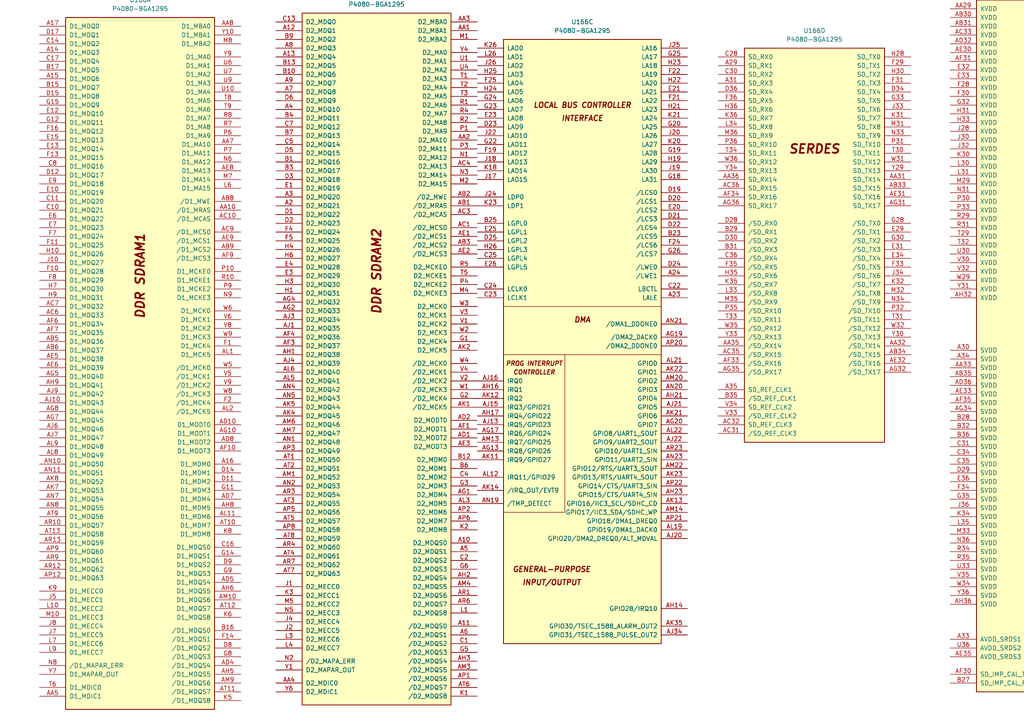
<source format=kicad_sch>
(kicad_sch (version 20250114) (generator "eeschema") (generator_version "9.0")
  (paper "A4")
  (lib_symbols
    (symbol "CPU:P4080-BGA1295" (pin_names (offset 1.016))
      (property "Reference" "U" (at 1.27 19.05 0))
      (property "Value" "P4080-BGA1295" (at 1.27 16.51 0))
      (symbol "P4080-BGA1295_1_1"
        (text "DDR SDRAM1" (at 1.27 26.67 900) (effects (font (size 2.54 2.54) (bold yes) (italic yes))))
        (pin bidirectional line (at -27.94 99.06 0) (length 7.62) (name "D1_MDQ0") (number "A17"))
        (pin bidirectional line (at -27.94 96.52 0) (length 7.62) (name "D1_MDQ1") (number "D17"))
        (pin bidirectional line (at -27.94 93.98 0) (length 7.62) (name "D1_MDQ2") (number "C14"))
        (pin bidirectional line (at -27.94 91.44 0) (length 7.62) (name "D1_MDQ3") (number "A14"))
        (pin bidirectional line (at -27.94 88.9 0) (length 7.62) (name "D1_MDQ4") (number "C17"))
        (pin bidirectional line (at -27.94 86.36 0) (length 7.62) (name "D1_MDQ5") (number "B17"))
        (pin bidirectional line (at -27.94 83.82 0) (length 7.62) (name "D1_MDQ6") (number "A15"))
        (pin bidirectional line (at -27.94 81.28 0) (length 7.62) (name "D1_MDQ7") (number "B15"))
        (pin bidirectional line (at -27.94 78.74 0) (length 7.62) (name "D1_MDQ8") (number "D15"))
        (pin bidirectional line (at -27.94 76.2 0) (length 7.62) (name "D1_MDQ9") (number "G15"))
        (pin bidirectional line (at -27.94 73.66 0) (length 7.62) (name "D1_MDQ10") (number "E12"))
        (pin bidirectional line (at -27.94 71.12 0) (length 7.62) (name "D1_MDQ11") (number "G12"))
        (pin bidirectional line (at -27.94 68.58 0) (length 7.62) (name "D1_MDQ12") (number "F16"))
        (pin bidirectional line (at -27.94 66.04 0) (length 7.62) (name "D1_MDQ13") (number "E15"))
        (pin bidirectional line (at -27.94 63.5 0) (length 7.62) (name "D1_MDQ14") (number "E13"))
        (pin bidirectional line (at -27.94 60.96 0) (length 7.62) (name "D1_MDQ15") (number "F13"))
        (pin bidirectional line (at -27.94 58.42 0) (length 7.62) (name "D1_MDQ16") (number "C8"))
        (pin bidirectional line (at -27.94 55.88 0) (length 7.62) (name "D1_MDQ17") (number "D12"))
        (pin bidirectional line (at -27.94 53.34 0) (length 7.62) (name "D1_MDQ18") (number "E9"))
        (pin bidirectional line (at -27.94 50.8 0) (length 7.62) (name "D1_MDQ19") (number "E10"))
        (pin bidirectional line (at -27.94 48.26 0) (length 7.62) (name "D1_MDQ20") (number "C11"))
        (pin bidirectional line (at -27.94 45.72 0) (length 7.62) (name "D1_MDQ21") (number "C10"))
        (pin bidirectional line (at -27.94 43.18 0) (length 7.62) (name "D1_MDQ22") (number "E6"))
        (pin bidirectional line (at -27.94 40.64 0) (length 7.62) (name "D1_MDQ23") (number "E7"))
        (pin bidirectional line (at -27.94 38.1 0) (length 7.62) (name "D1_MDQ24") (number "F7"))
        (pin bidirectional line (at -27.94 35.56 0) (length 7.62) (name "D1_MDQ25") (number "F11"))
        (pin bidirectional line (at -27.94 33.02 0) (length 7.62) (name "D1_MDQ26") (number "H10"))
        (pin bidirectional line (at -27.94 30.48 0) (length 7.62) (name "D1_MDQ27") (number "J10"))
        (pin bidirectional line (at -27.94 27.94 0) (length 7.62) (name "D1_MDQ28") (number "F10"))
        (pin bidirectional line (at -27.94 25.4 0) (length 7.62) (name "D1_MDQ29") (number "F8"))
        (pin bidirectional line (at -27.94 22.86 0) (length 7.62) (name "D1_MDQ30") (number "H7"))
        (pin bidirectional line (at -27.94 20.32 0) (length 7.62) (name "D1_MDQ31") (number "H9"))
        (pin bidirectional line (at -27.94 17.78 0) (length 7.62) (name "D1_MDQ32") (number "AC7"))
        (pin bidirectional line (at -27.94 15.24 0) (length 7.62) (name "D1_MDQ33") (number "AC6"))
        (pin bidirectional line (at -27.94 12.7 0) (length 7.62) (name "D1_MDQ34") (number "AF6"))
        (pin bidirectional line (at -27.94 10.16 0) (length 7.62) (name "D1_MDQ35") (number "AF7"))
        (pin bidirectional line (at -27.94 7.62 0) (length 7.62) (name "D1_MDQ36") (number "AB5"))
        (pin bidirectional line (at -27.94 5.08 0) (length 7.62) (name "D1_MDQ37") (number "AB6"))
        (pin bidirectional line (at -27.94 2.54 0) (length 7.62) (name "D1_MDQ38") (number "AE5"))
        (pin bidirectional line (at -27.94 0 0) (length 7.62) (name "D1_MDQ39") (number "AE6"))
        (pin bidirectional line (at -27.94 -2.54 0) (length 7.62) (name "D1_MDQ40") (number "AG5"))
        (pin bidirectional line (at -27.94 -5.08 0) (length 7.62) (name "D1_MDQ41") (number "AH9"))
        (pin bidirectional line (at -27.94 -7.62 0) (length 7.62) (name "D1_MDQ42") (number "AJ9"))
        (pin bidirectional line (at -27.94 -10.16 0) (length 7.62) (name "D1_MDQ43") (number "AJ10"))
        (pin bidirectional line (at -27.94 -12.7 0) (length 7.62) (name "D1_MDQ44") (number "AG8"))
        (pin bidirectional line (at -27.94 -15.24 0) (length 7.62) (name "D1_MDQ45") (number "AG7"))
        (pin bidirectional line (at -27.94 -17.78 0) (length 7.62) (name "D1_MDQ46") (number "AJ6"))
        (pin bidirectional line (at -27.94 -20.32 0) (length 7.62) (name "D1_MDQ47") (number "AJ7"))
        (pin bidirectional line (at -27.94 -22.86 0) (length 7.62) (name "D1_MDQ48") (number "AL9"))
        (pin bidirectional line (at -27.94 -25.4 0) (length 7.62) (name "D1_MDQ49") (number "AL8"))
        (pin bidirectional line (at -27.94 -27.94 0) (length 7.62) (name "D1_MDQ50") (number "AN10"))
        (pin bidirectional line (at -27.94 -30.48 0) (length 7.62) (name "D1_MDQ51") (number "AN11"))
        (pin bidirectional line (at -27.94 -33.02 0) (length 7.62) (name "D1_MDQ52") (number "AK8"))
        (pin bidirectional line (at -27.94 -35.56 0) (length 7.62) (name "D1_MDQ53") (number "AK7"))
        (pin bidirectional line (at -27.94 -38.1 0) (length 7.62) (name "D1_MDQ54") (number "AN7"))
        (pin bidirectional line (at -27.94 -40.64 0) (length 7.62) (name "D1_MDQ55") (number "AN8"))
        (pin bidirectional line (at -27.94 -43.18 0) (length 7.62) (name "D1_MDQ56") (number "AT9"))
        (pin bidirectional line (at -27.94 -45.72 0) (length 7.62) (name "D1_MDQ57") (number "AR10"))
        (pin bidirectional line (at -27.94 -48.26 0) (length 7.62) (name "D1_MDQ58") (number "AT13"))
        (pin bidirectional line (at -27.94 -50.8 0) (length 7.62) (name "D1_MDQ59") (number "AR13"))
        (pin bidirectional line (at -27.94 -53.34 0) (length 7.62) (name "D1_MDQ60") (number "AP9"))
        (pin bidirectional line (at -27.94 -55.88 0) (length 7.62) (name "D1_MDQ61") (number "AR9"))
        (pin bidirectional line (at -27.94 -58.42 0) (length 7.62) (name "D1_MDQ62") (number "AR12"))
        (pin bidirectional line (at -27.94 -60.96 0) (length 7.62) (name "D1_MDQ63") (number "AP12"))
        (pin bidirectional line (at -27.94 -64.77 0) (length 7.62) (name "D1_MECC0") (number "K9"))
        (pin bidirectional line (at -27.94 -67.31 0) (length 7.62) (name "D1_MECC1") (number "J5"))
        (pin bidirectional line (at -27.94 -69.85 0) (length 7.62) (name "D1_MECC2") (number "L10"))
        (pin bidirectional line (at -27.94 -72.39 0) (length 7.62) (name "D1_MECC3") (number "M10"))
        (pin bidirectional line (at -27.94 -74.93 0) (length 7.62) (name "D1_MECC4") (number "J8"))
        (pin bidirectional line (at -27.94 -77.47 0) (length 7.62) (name "D1_MECC5") (number "J7"))
        (pin bidirectional line (at -27.94 -80.01 0) (length 7.62) (name "D1_MECC6") (number "L7"))
        (pin bidirectional line (at -27.94 -82.55 0) (length 7.62) (name "D1_MECC7") (number "L9"))
        (pin input line (at -27.94 -86.36 0) (length 7.62) (name "/D1_MAPAR_ERR") (number "N8"))
        (pin output line (at -27.94 -88.9 0) (length 7.62) (name "D1_MAPAR_OUT") (number "Y7"))
        (pin bidirectional line (at -27.94 -92.71 0) (length 7.62) (name "D1_MDIC0") (number "T6"))
        (pin bidirectional line (at -27.94 -95.25 0) (length 7.62) (name "D1_MDIC1") (number "AA5"))
        (pin output line (at 30.48 99.06 180) (length 7.62) (name "D1_MBA0") (number "AA8"))
        (pin output line (at 30.48 96.52 180) (length 7.62) (name "D1_MBA1") (number "Y10"))
        (pin output line (at 30.48 93.98 180) (length 7.62) (name "D1_MBA2") (number "M8"))
        (pin output line (at 30.48 90.17 180) (length 7.62) (name "D1_MA0") (number "Y9"))
        (pin output line (at 30.48 87.63 180) (length 7.62) (name "D1_MA1") (number "U6"))
        (pin output line (at 30.48 85.09 180) (length 7.62) (name "D1_MA2") (number "U7"))
        (pin output line (at 30.48 82.55 180) (length 7.62) (name "D1_MA3") (number "U9"))
        (pin output line (at 30.48 80.01 180) (length 7.62) (name "D1_MA4") (number "U10"))
        (pin output line (at 30.48 77.47 180) (length 7.62) (name "D1_MA5") (number "T8"))
        (pin output line (at 30.48 74.93 180) (length 7.62) (name "D1_MA6") (number "T9"))
        (pin output line (at 30.48 72.39 180) (length 7.62) (name "D1_MA7") (number "R8"))
        (pin output line (at 30.48 69.85 180) (length 7.62) (name "D1_MA8") (number "R7"))
        (pin output line (at 30.48 67.31 180) (length 7.62) (name "D1_MA9") (number "P6"))
        (pin output line (at 30.48 64.77 180) (length 7.62) (name "D1_MA10") (number "AA7"))
        (pin output line (at 30.48 62.23 180) (length 7.62) (name "D1_MA11") (number "P7"))
        (pin output line (at 30.48 59.69 180) (length 7.62) (name "D1_MA12") (number "N6"))
        (pin output line (at 30.48 57.15 180) (length 7.62) (name "D1_MA13") (number "AE8"))
        (pin output line (at 30.48 54.61 180) (length 7.62) (name "D1_MA14") (number "M7"))
        (pin output line (at 30.48 52.07 180) (length 7.62) (name "D1_MA15") (number "L6"))
        (pin output line (at 30.48 48.26 180) (length 7.62) (name "/D1_MWE") (number "AB8"))
        (pin output line (at 30.48 45.72 180) (length 7.62) (name "/D1_MRAS") (number "AA10"))
        (pin output line (at 30.48 43.18 180) (length 7.62) (name "/D1_MCAS") (number "AC10"))
        (pin output line (at 30.48 39.37 180) (length 7.62) (name "/D1_MCS0") (number "AC9"))
        (pin output line (at 30.48 36.83 180) (length 7.62) (name "/D1_MCS1") (number "AE9"))
        (pin output line (at 30.48 34.29 180) (length 7.62) (name "/D1_MCS2") (number "AB9"))
        (pin output line (at 30.48 31.75 180) (length 7.62) (name "/D1_MCS3") (number "AF9"))
        (pin output line (at 30.48 27.94 180) (length 7.62) (name "D1_MCKE0") (number "P10"))
        (pin output line (at 30.48 25.4 180) (length 7.62) (name "D1_MCKE1") (number "R10"))
        (pin output line (at 30.48 22.86 180) (length 7.62) (name "D1_MCKE2") (number "P9"))
        (pin output line (at 30.48 20.32 180) (length 7.62) (name "D1_MCKE3") (number "N9"))
        (pin output line (at 30.48 16.51 180) (length 7.62) (name "D1_MCK0") (number "W6"))
        (pin output line (at 30.48 13.97 180) (length 7.62) (name "D1_MCK1") (number "V6"))
        (pin output line (at 30.48 11.43 180) (length 7.62) (name "D1_MCK2") (number "V8"))
        (pin output line (at 30.48 8.89 180) (length 7.62) (name "D1_MCK3") (number "W9"))
        (pin output line (at 30.48 6.35 180) (length 7.62) (name "D1_MCK4") (number "F1"))
        (pin output line (at 30.48 3.81 180) (length 7.62) (name "D1_MCK5") (number "AL1"))
        (pin output line (at 30.48 0 180) (length 7.62) (name "/D1_MCK0") (number "W5"))
        (pin output line (at 30.48 -2.54 180) (length 7.62) (name "/D1_MCK1") (number "V5"))
        (pin output line (at 30.48 -5.08 180) (length 7.62) (name "/D1_MCK2") (number "V9"))
        (pin output line (at 30.48 -7.62 180) (length 7.62) (name "/D1_MCK3") (number "W8"))
        (pin output line (at 30.48 -10.16 180) (length 7.62) (name "/D1_MCK4") (number "F2"))
        (pin output line (at 30.48 -12.7 180) (length 7.62) (name "/D1_MCK5") (number "AL2"))
        (pin output line (at 30.48 -16.51 180) (length 7.62) (name "D1_MODT0") (number "AD10"))
        (pin output line (at 30.48 -19.05 180) (length 7.62) (name "D1_MODT1") (number "AG10"))
        (pin output line (at 30.48 -21.59 180) (length 7.62) (name "D1_MODT2") (number "AD8"))
        (pin output line (at 30.48 -24.13 180) (length 7.62) (name "D1_MODT3") (number "AF10"))
        (pin output line (at 30.48 -27.94 180) (length 7.62) (name "D1_MDM0") (number "A16"))
        (pin output line (at 30.48 -30.48 180) (length 7.62) (name "D1_MDM1") (number "D14"))
        (pin output line (at 30.48 -33.02 180) (length 7.62) (name "D1_MDM2") (number "D11"))
        (pin output line (at 30.48 -35.56 180) (length 7.62) (name "D1_MDM3") (number "G11"))
        (pin output line (at 30.48 -38.1 180) (length 7.62) (name "D1_MDM4") (number "AD7"))
        (pin output line (at 30.48 -40.64 180) (length 7.62) (name "D1_MDM5") (number "AH8"))
        (pin output line (at 30.48 -43.18 180) (length 7.62) (name "D1_MDM6") (number "AL11"))
        (pin output line (at 30.48 -45.72 180) (length 7.62) (name "D1_MDM7") (number "AT10"))
        (pin output line (at 30.48 -48.26 180) (length 7.62) (name "D1_MDM8") (number "K8"))
        (pin bidirectional line (at 30.48 -52.07 180) (length 7.62) (name "D1_MDQS0") (number "C16"))
        (pin bidirectional line (at 30.48 -54.61 180) (length 7.62) (name "D1_MDQS1") (number "G14"))
        (pin bidirectional line (at 30.48 -57.15 180) (length 7.62) (name "D1_MDQS2") (number "D9"))
        (pin bidirectional line (at 30.48 -59.69 180) (length 7.62) (name "D1_MDQS3") (number "G9"))
        (pin bidirectional line (at 30.48 -62.23 180) (length 7.62) (name "D1_MDQS4") (number "AD5"))
        (pin bidirectional line (at 30.48 -64.77 180) (length 7.62) (name "D1_MDQS5") (number "AH6"))
        (pin bidirectional line (at 30.48 -67.31 180) (length 7.62) (name "D1_MDQS6") (number "AM10"))
        (pin bidirectional line (at 30.48 -69.85 180) (length 7.62) (name "D1_MDQS7") (number "AT12"))
        (pin bidirectional line (at 30.48 -72.39 180) (length 7.62) (name "D1_MDQS8") (number "K6"))
        (pin bidirectional line (at 30.48 -76.2 180) (length 7.62) (name "/D1_MDQS0") (number "B16"))
        (pin bidirectional line (at 30.48 -78.74 180) (length 7.62) (name "/D1_MDQS1") (number "F14"))
        (pin bidirectional line (at 30.48 -81.28 180) (length 7.62) (name "/D1_MDQS2") (number "D8"))
        (pin bidirectional line (at 30.48 -83.82 180) (length 7.62) (name "/D1_MDQS3") (number "G8"))
        (pin bidirectional line (at 30.48 -86.36 180) (length 7.62) (name "/D1_MDQS4") (number "AD4"))
        (pin bidirectional line (at 30.48 -88.9 180) (length 7.62) (name "/D1_MDQS5") (number "AH5"))
        (pin bidirectional line (at 30.48 -91.44 180) (length 7.62) (name "/D1_MDQS6") (number "AM9"))
        (pin bidirectional line (at 30.48 -93.98 180) (length 7.62) (name "/D1_MDQS7") (number "AT11"))
        (pin bidirectional line (at 30.48 -96.52 180) (length 7.62) (name "/D1_MDQS8") (number "K5"))
      )
      (symbol "P4080-BGA1295_2_1"
        (text "DDR SDRAM2" (at 1.27 26.67 900) (effects (font (size 2.54 2.54) (bold yes) (italic yes))))
        (pin bidirectional line (at -27.94 99.06 0) (length 7.62) (name "D2_MDQ0") (number "C13"))
        (pin bidirectional line (at -27.94 96.52 0) (length 7.62) (name "D2_MDQ1") (number "A12"))
        (pin bidirectional line (at -27.94 93.98 0) (length 7.62) (name "D2_MDQ2") (number "B9"))
        (pin bidirectional line (at -27.94 91.44 0) (length 7.62) (name "D2_MDQ3") (number "A8"))
        (pin bidirectional line (at -27.94 88.9 0) (length 7.62) (name "D2_MDQ4") (number "A13"))
        (pin bidirectional line (at -27.94 86.36 0) (length 7.62) (name "D2_MDQ5") (number "B13"))
        (pin bidirectional line (at -27.94 83.82 0) (length 7.62) (name "D2_MDQ6") (number "B10"))
        (pin bidirectional line (at -27.94 81.28 0) (length 7.62) (name "D2_MDQ7") (number "A9"))
        (pin bidirectional line (at -27.94 78.74 0) (length 7.62) (name "D2_MDQ8") (number "A7"))
        (pin bidirectional line (at -27.94 76.2 0) (length 7.62) (name "D2_MDQ9") (number "D6"))
        (pin bidirectional line (at -27.94 73.66 0) (length 7.62) (name "D2_MDQ10") (number "A4"))
        (pin bidirectional line (at -27.94 71.12 0) (length 7.62) (name "D2_MDQ11") (number "B4"))
        (pin bidirectional line (at -27.94 68.58 0) (length 7.62) (name "D2_MDQ12") (number "C7"))
        (pin bidirectional line (at -27.94 66.04 0) (length 7.62) (name "D2_MDQ13") (number "B7"))
        (pin bidirectional line (at -27.94 63.5 0) (length 7.62) (name "D2_MDQ14") (number "C5"))
        (pin bidirectional line (at -27.94 60.96 0) (length 7.62) (name "D2_MDQ15") (number "D5"))
        (pin bidirectional line (at -27.94 58.42 0) (length 7.62) (name "D2_MDQ16") (number "B1"))
        (pin bidirectional line (at -27.94 55.88 0) (length 7.62) (name "D2_MDQ17") (number "B3"))
        (pin bidirectional line (at -27.94 53.34 0) (length 7.62) (name "D2_MDQ18") (number "D3"))
        (pin bidirectional line (at -27.94 50.8 0) (length 7.62) (name "D2_MDQ19") (number "E1"))
        (pin bidirectional line (at -27.94 48.26 0) (length 7.62) (name "D2_MDQ20") (number "A3"))
        (pin bidirectional line (at -27.94 45.72 0) (length 7.62) (name "D2_MDQ21") (number "A2"))
        (pin bidirectional line (at -27.94 43.18 0) (length 7.62) (name "D2_MDQ22") (number "D1"))
        (pin bidirectional line (at -27.94 40.64 0) (length 7.62) (name "D2_MDQ23") (number "D2"))
        (pin bidirectional line (at -27.94 38.1 0) (length 7.62) (name "D2_MDQ24") (number "F4"))
        (pin bidirectional line (at -27.94 35.56 0) (length 7.62) (name "D2_MDQ25") (number "F5"))
        (pin bidirectional line (at -27.94 33.02 0) (length 7.62) (name "D2_MDQ26") (number "H4"))
        (pin bidirectional line (at -27.94 30.48 0) (length 7.62) (name "D2_MDQ27") (number "H6"))
        (pin bidirectional line (at -27.94 27.94 0) (length 7.62) (name "D2_MDQ28") (number "E4"))
        (pin bidirectional line (at -27.94 25.4 0) (length 7.62) (name "D2_MDQ29") (number "E3"))
        (pin bidirectional line (at -27.94 22.86 0) (length 7.62) (name "D2_MDQ30") (number "H3"))
        (pin bidirectional line (at -27.94 20.32 0) (length 7.62) (name "D2_MDQ31") (number "H1"))
        (pin bidirectional line (at -27.94 17.78 0) (length 7.62) (name "D2_MDQ32") (number "AG4"))
        (pin bidirectional line (at -27.94 15.24 0) (length 7.62) (name "D2_MDQ33") (number "AG2"))
        (pin bidirectional line (at -27.94 12.7 0) (length 7.62) (name "D2_MDQ34") (number "AJ3"))
        (pin bidirectional line (at -27.94 10.16 0) (length 7.62) (name "D2_MDQ35") (number "AJ1"))
        (pin bidirectional line (at -27.94 7.62 0) (length 7.62) (name "D2_MDQ36") (number "AF4"))
        (pin bidirectional line (at -27.94 5.08 0) (length 7.62) (name "D2_MDQ37") (number "AF3"))
        (pin bidirectional line (at -27.94 2.54 0) (length 7.62) (name "D2_MDQ38") (number "AH1"))
        (pin bidirectional line (at -27.94 0 0) (length 7.62) (name "D2_MDQ39") (number "AJ4"))
        (pin bidirectional line (at -27.94 -2.54 0) (length 7.62) (name "D2_MDQ40") (number "AL6"))
        (pin bidirectional line (at -27.94 -5.08 0) (length 7.62) (name "D2_MDQ41") (number "AL5"))
        (pin bidirectional line (at -27.94 -7.62 0) (length 7.62) (name "D2_MDQ42") (number "AN4"))
        (pin bidirectional line (at -27.94 -10.16 0) (length 7.62) (name "D2_MDQ43") (number "AN5"))
        (pin bidirectional line (at -27.94 -12.7 0) (length 7.62) (name "D2_MDQ44") (number "AK5"))
        (pin bidirectional line (at -27.94 -15.24 0) (length 7.62) (name "D2_MDQ45") (number "AK4"))
        (pin bidirectional line (at -27.94 -17.78 0) (length 7.62) (name "D2_MDQ46") (number "AM6"))
        (pin bidirectional line (at -27.94 -20.32 0) (length 7.62) (name "D2_MDQ47") (number "AM7"))
        (pin bidirectional line (at -27.94 -22.86 0) (length 7.62) (name "D2_MDQ48") (number "AN1"))
        (pin bidirectional line (at -27.94 -25.4 0) (length 7.62) (name "D2_MDQ49") (number "AP3"))
        (pin bidirectional line (at -27.94 -27.94 0) (length 7.62) (name "D2_MDQ50") (number "AT1"))
        (pin bidirectional line (at -27.94 -30.48 0) (length 7.62) (name "D2_MDQ51") (number "AT2"))
        (pin bidirectional line (at -27.94 -33.02 0) (length 7.62) (name "D2_MDQ52") (number "AM1"))
        (pin bidirectional line (at -27.94 -35.56 0) (length 7.62) (name "D2_MDQ53") (number "AN2"))
        (pin bidirectional line (at -27.94 -38.1 0) (length 7.62) (name "D2_MDQ54") (number "AR3"))
        (pin bidirectional line (at -27.94 -40.64 0) (length 7.62) (name "D2_MDQ55") (number "AT3"))
        (pin bidirectional line (at -27.94 -43.18 0) (length 7.62) (name "D2_MDQ56") (number "AP5"))
        (pin bidirectional line (at -27.94 -45.72 0) (length 7.62) (name "D2_MDQ57") (number "AT5"))
        (pin bidirectional line (at -27.94 -48.26 0) (length 7.62) (name "D2_MDQ58") (number "AP8"))
        (pin bidirectional line (at -27.94 -50.8 0) (length 7.62) (name "D2_MDQ59") (number "AT8"))
        (pin bidirectional line (at -27.94 -53.34 0) (length 7.62) (name "D2_MDQ60") (number "AR4"))
        (pin bidirectional line (at -27.94 -55.88 0) (length 7.62) (name "D2_MDQ61") (number "AT4"))
        (pin bidirectional line (at -27.94 -58.42 0) (length 7.62) (name "D2_MDQ62") (number "AR7"))
        (pin bidirectional line (at -27.94 -60.96 0) (length 7.62) (name "D2_MDQ63") (number "AT7"))
        (pin bidirectional line (at -27.94 -64.77 0) (length 7.62) (name "D2_MECC0") (number "J1"))
        (pin bidirectional line (at -27.94 -67.31 0) (length 7.62) (name "D2_MECC1") (number "K3"))
        (pin bidirectional line (at -27.94 -69.85 0) (length 7.62) (name "D2_MECC2") (number "M5"))
        (pin bidirectional line (at -27.94 -72.39 0) (length 7.62) (name "D2_MECC3") (number "N5"))
        (pin bidirectional line (at -27.94 -74.93 0) (length 7.62) (name "D2_MECC4") (number "J4"))
        (pin bidirectional line (at -27.94 -77.47 0) (length 7.62) (name "D2_MECC5") (number "J2"))
        (pin bidirectional line (at -27.94 -80.01 0) (length 7.62) (name "D2_MECC6") (number "L3"))
        (pin bidirectional line (at -27.94 -82.55 0) (length 7.62) (name "D2_MECC7") (number "L4"))
        (pin input line (at -27.94 -86.36 0) (length 7.62) (name "/D2_MAPA_ERR") (number "N2"))
        (pin output line (at -27.94 -88.9 0) (length 7.62) (name "D2_MAPAR_OUT") (number "Y1"))
        (pin bidirectional line (at -27.94 -92.71 0) (length 7.62) (name "D2_MDIC0") (number "AA4"))
        (pin bidirectional line (at -27.94 -95.25 0) (length 7.62) (name "D2_MDIC1") (number "Y6"))
        (pin output line (at 30.48 99.06 180) (length 7.62) (name "D2_MBA0") (number "AA3"))
        (pin output line (at 30.48 96.52 180) (length 7.62) (name "D2_MBA1") (number "AA1"))
        (pin output line (at 30.48 93.98 180) (length 7.62) (name "D2_MBA2") (number "M1"))
        (pin output line (at 30.48 90.17 180) (length 7.62) (name "D2_MA0") (number "Y4"))
        (pin output line (at 30.48 87.63 180) (length 7.62) (name "D2_MA1") (number "U1"))
        (pin output line (at 30.48 85.09 180) (length 7.62) (name "D2_MA2") (number "U4"))
        (pin output line (at 30.48 82.55 180) (length 7.62) (name "D2_MA3") (number "T1"))
        (pin output line (at 30.48 80.01 180) (length 7.62) (name "D2_MA4") (number "T2"))
        (pin output line (at 30.48 77.47 180) (length 7.62) (name "D2_MA5") (number "T3"))
        (pin output line (at 30.48 74.93 180) (length 7.62) (name "D2_MA6") (number "R1"))
        (pin output line (at 30.48 72.39 180) (length 7.62) (name "D2_MA7") (number "R4"))
        (pin output line (at 30.48 69.85 180) (length 7.62) (name "D2_MA8") (number "R2"))
        (pin output line (at 30.48 67.31 180) (length 7.62) (name "D2_MA9") (number "P1"))
        (pin output line (at 30.48 64.77 180) (length 7.62) (name "D2_MA10") (number "AA2"))
        (pin output line (at 30.48 62.23 180) (length 7.62) (name "D2_MA11") (number "P3"))
        (pin output line (at 30.48 59.69 180) (length 7.62) (name "D2_MA12") (number "N1"))
        (pin output line (at 30.48 57.15 180) (length 7.62) (name "D2_MA13") (number "AC4"))
        (pin output line (at 30.48 54.61 180) (length 7.62) (name "D2_MA14") (number "N3"))
        (pin output line (at 30.48 52.07 180) (length 7.62) (name "D2_MA15") (number "M2"))
        (pin output line (at 30.48 48.26 180) (length 7.62) (name "/D2_MWE") (number "AB2"))
        (pin output line (at 30.48 45.72 180) (length 7.62) (name "/D2_MRAS") (number "AB1"))
        (pin output line (at 30.48 43.18 180) (length 7.62) (name "/D2_MCAS") (number "AC3"))
        (pin output line (at 30.48 39.37 180) (length 7.62) (name "/D2_MCS0") (number "AC1"))
        (pin output line (at 30.48 36.83 180) (length 7.62) (name "/D2_MCS1") (number "AE1"))
        (pin output line (at 30.48 34.29 180) (length 7.62) (name "/D2_MCS2") (number "AB3"))
        (pin output line (at 30.48 31.75 180) (length 7.62) (name "/D2_MCS3") (number "AE2"))
        (pin output line (at 30.48 27.94 180) (length 7.62) (name "D2_MCKE0") (number "R5"))
        (pin output line (at 30.48 25.4 180) (length 7.62) (name "D2_MCKE1") (number "T5"))
        (pin output line (at 30.48 22.86 180) (length 7.62) (name "D2_MCKE2") (number "P4"))
        (pin output line (at 30.48 20.32 180) (length 7.62) (name "D2_MCKE3") (number "M4"))
        (pin output line (at 30.48 16.51 180) (length 7.62) (name "D2_MCK0") (number "W3"))
        (pin output line (at 30.48 13.97 180) (length 7.62) (name "D2_MCK1") (number "V3"))
        (pin output line (at 30.48 11.43 180) (length 7.62) (name "D2_MCK2") (number "V1"))
        (pin output line (at 30.48 8.89 180) (length 7.62) (name "D2_MCK3") (number "W2"))
        (pin output line (at 30.48 6.35 180) (length 7.62) (name "D2_MCK4") (number "G1"))
        (pin output line (at 30.48 3.81 180) (length 7.62) (name "D2_MCK5") (number "AK2"))
        (pin output line (at 30.48 0 180) (length 7.62) (name "/D2_MCK0") (number "W4"))
        (pin output line (at 30.48 -2.54 180) (length 7.62) (name "/D2_MCK1") (number "V4"))
        (pin output line (at 30.48 -5.08 180) (length 7.62) (name "/D2_MCK2") (number "V2"))
        (pin output line (at 30.48 -7.62 180) (length 7.62) (name "/D2_MCK3") (number "W1"))
        (pin output line (at 30.48 -10.16 180) (length 7.62) (name "/D2_MCK4") (number "G2"))
        (pin output line (at 30.48 -12.7 180) (length 7.62) (name "/D2_MCK5") (number "AK1"))
        (pin output line (at 30.48 -16.51 180) (length 7.62) (name "D2_MODT0") (number "AD2"))
        (pin output line (at 30.48 -19.05 180) (length 7.62) (name "D2_MODT1") (number "AF1"))
        (pin output line (at 30.48 -21.59 180) (length 7.62) (name "D2_MODT2") (number "AD1"))
        (pin output line (at 30.48 -24.13 180) (length 7.62) (name "D2_MODT3") (number "AE3"))
        (pin output line (at 30.48 -27.94 180) (length 7.62) (name "D2_MDM0") (number "B12"))
        (pin output line (at 30.48 -30.48 180) (length 7.62) (name "D2_MDM1") (number "B6"))
        (pin output line (at 30.48 -33.02 180) (length 7.62) (name "D2_MDM2") (number "C4"))
        (pin output line (at 30.48 -35.56 180) (length 7.62) (name "D2_MDM3") (number "G3"))
        (pin output line (at 30.48 -38.1 180) (length 7.62) (name "D2_MDM4") (number "AG1"))
        (pin output line (at 30.48 -40.64 180) (length 7.62) (name "D2_MDM5") (number "AL3"))
        (pin output line (at 30.48 -43.18 180) (length 7.62) (name "D2_MDM6") (number "AP2"))
        (pin output line (at 30.48 -45.72 180) (length 7.62) (name "D2_MDM7") (number "AP6"))
        (pin output line (at 30.48 -48.26 180) (length 7.62) (name "D2_MDM8") (number "K2"))
        (pin bidirectional line (at 30.48 -52.07 180) (length 7.62) (name "D2_MDQS0") (number "A10"))
        (pin bidirectional line (at 30.48 -54.61 180) (length 7.62) (name "D2_MDQS1") (number "A5"))
        (pin bidirectional line (at 30.48 -57.15 180) (length 7.62) (name "D2_MDQS2") (number "C2"))
        (pin bidirectional line (at 30.48 -59.69 180) (length 7.62) (name "D2_MDQS3") (number "G6"))
        (pin bidirectional line (at 30.48 -62.23 180) (length 7.62) (name "D2_MDQS4") (number "AH2"))
        (pin bidirectional line (at 30.48 -64.77 180) (length 7.62) (name "D2_MDQS5") (number "AM4"))
        (pin bidirectional line (at 30.48 -67.31 180) (length 7.62) (name "D2_MDQS6") (number "AR1"))
        (pin bidirectional line (at 30.48 -69.85 180) (length 7.62) (name "D2_MDQS7") (number "AR6"))
        (pin bidirectional line (at 30.48 -72.39 180) (length 7.62) (name "D2_MDQS8") (number "L1"))
        (pin bidirectional line (at 30.48 -76.2 180) (length 7.62) (name "/D2_MDQS0") (number "A11"))
        (pin bidirectional line (at 30.48 -78.74 180) (length 7.62) (name "/D2_MDQS1") (number "A6"))
        (pin bidirectional line (at 30.48 -81.28 180) (length 7.62) (name "/D2_MDQS2") (number "C1"))
        (pin bidirectional line (at 30.48 -83.82 180) (length 7.62) (name "/D2_MDQS3") (number "G5"))
        (pin bidirectional line (at 30.48 -86.36 180) (length 7.62) (name "/D2_MDQS4") (number "AH3"))
        (pin bidirectional line (at 30.48 -88.9 180) (length 7.62) (name "/D2_MDQS5") (number "AM3"))
        (pin bidirectional line (at 30.48 -91.44 180) (length 7.62) (name "/D2_MDQS6") (number "AP1"))
        (pin bidirectional line (at 30.48 -93.98 180) (length 7.62) (name "/D2_MDQS7") (number "AT6"))
        (pin bidirectional line (at 30.48 -96.52 180) (length 7.62) (name "/D2_MDQS8") (number "K1"))
      )
      (symbol "P4080-BGA1295_3_1"
        (text "PROG INTERRUPT" (at -13.97 -5.08 0) (effects (font (size 1.27 1.27) (bold yes) (italic yes))))
        (text "CONTROLLER" (at -13.97 -7.62 0) (effects (font (size 1.27 1.27) (bold yes) (italic yes))))
        (text "GENERAL-PURPOSE" (at -8.89 -64.77 0) (effects (font (size 1.524 1.524) (bold yes) (italic yes))))
        (text "INPUT/OUTPUT" (at -8.89 -68.58 0) (effects (font (size 1.524 1.524) (bold yes) (italic yes))))
        (text "LOCAL BUS CONTROLLER" (at 0 69.85 0) (effects (font (size 1.524 1.524) (bold yes) (italic yes))))
        (text "INTERFACE" (at 0 66.04 0) (effects (font (size 1.524 1.524) (bold yes) (italic yes))))
        (text "DMA" (at 0 7.62 0) (effects (font (size 1.524 1.524) (bold yes) (italic yes))))
        (pin bidirectional line (at -30.48 86.36 0) (length 7.62) (name "LAD0") (number "K26"))
        (pin bidirectional line (at -30.48 83.82 0) (length 7.62) (name "LAD1") (number "L26"))
        (pin bidirectional line (at -30.48 81.28 0) (length 7.62) (name "LAD2") (number "J26"))
        (pin bidirectional line (at -30.48 78.74 0) (length 7.62) (name "LAD3") (number "H25"))
        (pin bidirectional line (at -30.48 76.2 0) (length 7.62) (name "LAD4") (number "F25"))
        (pin bidirectional line (at -30.48 73.66 0) (length 7.62) (name "LAD5") (number "H24"))
        (pin bidirectional line (at -30.48 71.12 0) (length 7.62) (name "LAD6") (number "G24"))
        (pin bidirectional line (at -30.48 68.58 0) (length 7.62) (name "LAD7") (number "G23"))
        (pin bidirectional line (at -30.48 66.04 0) (length 7.62) (name "LAD8") (number "E23"))
        (pin bidirectional line (at -30.48 63.5 0) (length 7.62) (name "LAD9") (number "D23"))
        (pin bidirectional line (at -30.48 60.96 0) (length 7.62) (name "LAD10") (number "J22"))
        (pin bidirectional line (at -30.48 58.42 0) (length 7.62) (name "LAD11") (number "G22"))
        (pin bidirectional line (at -30.48 55.88 0) (length 7.62) (name "LAD12") (number "F19"))
        (pin bidirectional line (at -30.48 53.34 0) (length 7.62) (name "LAD13") (number "J18"))
        (pin bidirectional line (at -30.48 50.8 0) (length 7.62) (name "LAD14") (number "K18"))
        (pin bidirectional line (at -30.48 48.26 0) (length 7.62) (name "LAD15") (number "J17"))
        (pin bidirectional line (at -30.48 43.18 0) (length 7.62) (name "LDP0") (number "J24"))
        (pin bidirectional line (at -30.48 40.64 0) (length 7.62) (name "LDP1") (number "K23"))
        (pin output line (at -30.48 35.56 0) (length 7.62) (name "LGPL0") (number "B25"))
        (pin output line (at -30.48 33.02 0) (length 7.62) (name "LGPL1") (number "E25"))
        (pin output line (at -30.48 30.48 0) (length 7.62) (name "LGPL2") (number "D25"))
        (pin output line (at -30.48 27.94 0) (length 7.62) (name "LGPL3") (number "H26"))
        (pin bidirectional line (at -30.48 25.4 0) (length 7.62) (name "LGPL4") (number "C25"))
        (pin output line (at -30.48 22.86 0) (length 7.62) (name "LGPL5") (number "E26"))
        (pin output line (at -30.48 16.51 0) (length 7.62) (name "LCLK0") (number "C24"))
        (pin output line (at -30.48 13.97 0) (length 7.62) (name "LCLK1") (number "C23"))
        (pin input line (at -30.48 -10.16 0) (length 7.62) (name "IRQ0") (number "AJ16"))
        (pin input line (at -30.48 -12.7 0) (length 7.62) (name "IRQ1") (number "AH16"))
        (pin input line (at -30.48 -15.24 0) (length 7.62) (name "IRQ2") (number "AK12"))
        (pin input line (at -30.48 -17.78 0) (length 7.62) (name "IRQ3/GPIO21") (number "AJ15"))
        (pin input line (at -30.48 -20.32 0) (length 7.62) (name "IRQ4/GPIO22") (number "AH17"))
        (pin input line (at -30.48 -22.86 0) (length 7.62) (name "IRQ5/GPIO23") (number "AJ13"))
        (pin input line (at -30.48 -25.4 0) (length 7.62) (name "IRQ6/GPIO24") (number "AG17"))
        (pin input line (at -30.48 -27.94 0) (length 7.62) (name "IRQ7/GPIO25") (number "AM13"))
        (pin input line (at -30.48 -30.48 0) (length 7.62) (name "IRQ8/GPIO26") (number "AG13"))
        (pin input line (at -30.48 -33.02 0) (length 7.62) (name "IRQ9/GPIO27") (number "AK11"))
        (pin input line (at -30.48 -38.1 0) (length 7.62) (name "IRQ11/GPIO29") (number "AL12"))
        (pin output line (at -30.48 -41.91 0) (length 7.62) (name "/IRQ_OUT/EVT9") (number "AK14"))
        (pin input line (at -30.48 -45.72 0) (length 7.62) (name "/TMP_DETECT") (number "AN19"))
        (pin output line (at 30.48 86.36 180) (length 7.62) (name "LA16") (number "J25"))
        (pin output line (at 30.48 83.82 180) (length 7.62) (name "LA17") (number "G25"))
        (pin output line (at 30.48 81.28 180) (length 7.62) (name "LA18") (number "H23"))
        (pin output line (at 30.48 78.74 180) (length 7.62) (name "LA19") (number "F22"))
        (pin output line (at 30.48 76.2 180) (length 7.62) (name "LA20") (number "H22"))
        (pin output line (at 30.48 73.66 180) (length 7.62) (name "LA21") (number "E21"))
        (pin output line (at 30.48 71.12 180) (length 7.62) (name "LA22") (number "F21"))
        (pin output line (at 30.48 68.58 180) (length 7.62) (name "LA23") (number "H21"))
        (pin output line (at 30.48 66.04 180) (length 7.62) (name "LA24") (number "K21"))
        (pin output line (at 30.48 63.5 180) (length 7.62) (name "LA25") (number "G20"))
        (pin output line (at 30.48 60.96 180) (length 7.62) (name "LA26") (number "J20"))
        (pin output line (at 30.48 58.42 180) (length 7.62) (name "LA27") (number "K20"))
        (pin output line (at 30.48 55.88 180) (length 7.62) (name "LA28") (number "G19"))
        (pin output line (at 30.48 53.34 180) (length 7.62) (name "LA29") (number "H19"))
        (pin output line (at 30.48 50.8 180) (length 7.62) (name "LA30") (number "J19"))
        (pin output line (at 30.48 48.26 180) (length 7.62) (name "LA31") (number "G18"))
        (pin output line (at 30.48 44.45 180) (length 7.62) (name "/LCS0") (number "D19"))
        (pin output line (at 30.48 41.91 180) (length 7.62) (name "/LCS1") (number "D20"))
        (pin output line (at 30.48 39.37 180) (length 7.62) (name "/LCS2") (number "E20"))
        (pin output line (at 30.48 36.83 180) (length 7.62) (name "/LCS3") (number "D21"))
        (pin output line (at 30.48 34.29 180) (length 7.62) (name "/LCS4") (number "D22"))
        (pin output line (at 30.48 31.75 180) (length 7.62) (name "/LCS5") (number "B23"))
        (pin output line (at 30.48 29.21 180) (length 7.62) (name "/LCS6") (number "F24"))
        (pin output line (at 30.48 26.67 180) (length 7.62) (name "/LCS7") (number "G26"))
        (pin output line (at 30.48 22.86 180) (length 7.62) (name "/LWE0") (number "D24"))
        (pin output line (at 30.48 20.32 180) (length 7.62) (name "/LWE1") (number "A24"))
        (pin output line (at 30.48 16.51 180) (length 7.62) (name "LBCTL") (number "C22"))
        (pin bidirectional line (at 30.48 13.97 180) (length 7.62) (name "LALE") (number "A23"))
        (pin output line (at 30.48 6.35 180) (length 7.62) (name "/DMA1_DDONE0") (number "AN21"))
        (pin output line (at 30.48 2.54 180) (length 7.62) (name "/DMA2_DACK0") (number "AG19"))
        (pin output line (at 30.48 0 180) (length 7.62) (name "/DMA2_DDONE0") (number "AP20"))
        (pin bidirectional line (at 30.48 -5.08 180) (length 7.62) (name "GPIO0") (number "AL21"))
        (pin bidirectional line (at 30.48 -7.62 180) (length 7.62) (name "GPIO1") (number "AK22"))
        (pin bidirectional line (at 30.48 -10.16 180) (length 7.62) (name "GPIO2") (number "AM20"))
        (pin bidirectional line (at 30.48 -12.7 180) (length 7.62) (name "GPIO3") (number "AN20"))
        (pin bidirectional line (at 30.48 -15.24 180) (length 7.62) (name "GPIO4") (number "AH21"))
        (pin bidirectional line (at 30.48 -17.78 180) (length 7.62) (name "GPIO5") (number "AJ21"))
        (pin bidirectional line (at 30.48 -20.32 180) (length 7.62) (name "GPIO6") (number "AK21"))
        (pin bidirectional line (at 30.48 -22.86 180) (length 7.62) (name "GPIO7") (number "AG20"))
        (pin bidirectional line (at 30.48 -25.4 180) (length 7.62) (name "GPIO8/UART1_SOUT") (number "AL22"))
        (pin bidirectional line (at 30.48 -27.94 180) (length 7.62) (name "GPIO9/UART2_SOUT") (number "AJ22"))
        (pin bidirectional line (at 30.48 -30.48 180) (length 7.62) (name "GPIO10/UART1_SIN") (number "AR23"))
        (pin bidirectional line (at 30.48 -33.02 180) (length 7.62) (name "GPIO11/UART2_SIN") (number "AN23"))
        (pin bidirectional line (at 30.48 -35.56 180) (length 7.62) (name "GPIO12/RTS/UART3_SOUT") (number "AM22"))
        (pin bidirectional line (at 30.48 -38.1 180) (length 7.62) (name "GPIO13/RTS/UART4_SOUT") (number "AK23"))
        (pin bidirectional line (at 30.48 -40.64 180) (length 7.62) (name "GPIO14/CTS/UART3_SIN") (number "AP22"))
        (pin bidirectional line (at 30.48 -43.18 180) (length 7.62) (name "GPIO15/CTS/UART4_SIN") (number "AH23"))
        (pin bidirectional line (at 30.48 -45.72 180) (length 7.62) (name "GPIO16/IIC3_SCL/SDHC_CD") (number "AK13"))
        (pin bidirectional line (at 30.48 -48.26 180) (length 7.62) (name "GPIO17/IIC3_SDA/SDHC_WP") (number "AM14"))
        (pin bidirectional line (at 30.48 -50.8 180) (length 7.62) (name "GPIO18/DMA1_DREQ0") (number "AP21"))
        (pin bidirectional line (at 30.48 -53.34 180) (length 7.62) (name "GPIO19/DMA1_DACK0") (number "AL19"))
        (pin bidirectional line (at 30.48 -55.88 180) (length 7.62) (name "GPIO20/DMA2_DREQ0/ALT_MDVAL") (number "AJ20"))
        (pin bidirectional line (at 30.48 -76.2 180) (length 7.62) (name "GPIO28/IRQ10") (number "AH14"))
        (pin bidirectional line (at 30.48 -81.28 180) (length 7.62) (name "GPIO30/TSEC_1588_ALARM_OUT2") (number "AK35"))
        (pin bidirectional line (at 30.48 -83.82 180) (length 7.62) (name "GPIO31/TSEC_1588_PULSE_OUT2") (number "AJ34"))
      )
      (symbol "P4080-BGA1295_4_1"
        (text "SERDES" (at 0 29.21 0) (effects (font (size 2.54 2.54) (bold yes) (italic yes))))
        (pin input line (at -27.94 55.88 0) (length 7.62) (name "SD_RX0") (number "C28"))
        (pin input line (at -27.94 53.34 0) (length 7.62) (name "SD_RX1") (number "A29"))
        (pin input line (at -27.94 50.8 0) (length 7.62) (name "SD_RX2") (number "C30"))
        (pin input line (at -27.94 48.26 0) (length 7.62) (name "SD_RX3") (number "A31"))
        (pin input line (at -27.94 45.72 0) (length 7.62) (name "SD_RX4") (number "D36"))
        (pin input line (at -27.94 43.18 0) (length 7.62) (name "SD_RX5") (number "F36"))
        (pin input line (at -27.94 40.64 0) (length 7.62) (name "SD_RX6") (number "H36"))
        (pin input line (at -27.94 38.1 0) (length 7.62) (name "SD_RX7") (number "K36"))
        (pin input line (at -27.94 35.56 0) (length 7.62) (name "SD_RX8") (number "L34"))
        (pin input line (at -27.94 33.02 0) (length 7.62) (name "SD_RX9") (number "M36"))
        (pin input line (at -27.94 30.48 0) (length 7.62) (name "SD_RX10") (number "P36"))
        (pin input line (at -27.94 27.94 0) (length 7.62) (name "SD_RX11") (number "T34"))
        (pin input line (at -27.94 25.4 0) (length 7.62) (name "SD_RX12") (number "W36"))
        (pin input line (at -27.94 22.86 0) (length 7.62) (name "SD_RX13") (number "Y34"))
        (pin input line (at -27.94 20.32 0) (length 7.62) (name "SD_RX14") (number "AA36"))
        (pin input line (at -27.94 17.78 0) (length 7.62) (name "SD_RX15") (number "AC36"))
        (pin input line (at -27.94 15.24 0) (length 7.62) (name "SD_RX16") (number "AF34"))
        (pin input line (at -27.94 12.7 0) (length 7.62) (name "SD_RX17") (number "AG36"))
        (pin input line (at -27.94 7.62 0) (length 7.62) (name "/SD_RX0") (number "D28"))
        (pin input line (at -27.94 5.08 0) (length 7.62) (name "/SD_RX1") (number "B29"))
        (pin input line (at -27.94 2.54 0) (length 7.62) (name "/SD_RX2") (number "D30"))
        (pin input line (at -27.94 0 0) (length 7.62) (name "/SD_RX3") (number "B31"))
        (pin input line (at -27.94 -2.54 0) (length 7.62) (name "/SD_RX4") (number "C36"))
        (pin input line (at -27.94 -5.08 0) (length 7.62) (name "/SD_RX5") (number "F35"))
        (pin input line (at -27.94 -7.62 0) (length 7.62) (name "/SD_RX6") (number "H35"))
        (pin input line (at -27.94 -10.16 0) (length 7.62) (name "/SD_RX7") (number "K35"))
        (pin input line (at -27.94 -12.7 0) (length 7.62) (name "/SD_RX8") (number "L33"))
        (pin input line (at -27.94 -15.24 0) (length 7.62) (name "/SD_RX9") (number "M35"))
        (pin input line (at -27.94 -17.78 0) (length 7.62) (name "/SD_RX10") (number "P35"))
        (pin input line (at -27.94 -20.32 0) (length 7.62) (name "/SD_RX11") (number "T33"))
        (pin input line (at -27.94 -22.86 0) (length 7.62) (name "/SD_RX12") (number "W35"))
        (pin input line (at -27.94 -25.4 0) (length 7.62) (name "/SD_RX13") (number "Y33"))
        (pin input line (at -27.94 -27.94 0) (length 7.62) (name "/SD_RX14") (number "AA35"))
        (pin input line (at -27.94 -30.48 0) (length 7.62) (name "/SD_RX15") (number "AC35"))
        (pin input line (at -27.94 -33.02 0) (length 7.62) (name "/SD_RX16") (number "AF33"))
        (pin input line (at -27.94 -35.56 0) (length 7.62) (name "/SD_RX17") (number "AG35"))
        (pin input line (at -27.94 -40.64 0) (length 7.62) (name "SD_REF_CLK1") (number "A35"))
        (pin input line (at -27.94 -43.18 0) (length 7.62) (name "/SD_REF_CLK1") (number "B35"))
        (pin input line (at -27.94 -45.72 0) (length 7.62) (name "SD_REF_CLK2") (number "V34"))
        (pin input line (at -27.94 -48.26 0) (length 7.62) (name "/SD_REF_CLK2") (number "V33"))
        (pin input line (at -27.94 -50.8 0) (length 7.62) (name "SD_REF_CLK3") (number "AC32"))
        (pin input line (at -27.94 -53.34 0) (length 7.62) (name "/SD_REF_CLK3") (number "AC31"))
        (pin output line (at 27.94 55.88 180) (length 7.62) (name "SD_TX0") (number "H28"))
        (pin output line (at 27.94 53.34 180) (length 7.62) (name "SD_TX1") (number "F29"))
        (pin output line (at 27.94 50.8 180) (length 7.62) (name "SD_TX2") (number "H30"))
        (pin output line (at 27.94 48.26 180) (length 7.62) (name "SD_TX3") (number "F31"))
        (pin output line (at 27.94 45.72 180) (length 7.62) (name "SD_TX4") (number "D34"))
        (pin output line (at 27.94 43.18 180) (length 7.62) (name "SD_TX5") (number "G33"))
        (pin output line (at 27.94 40.64 180) (length 7.62) (name "SD_TX6") (number "J33"))
        (pin output line (at 27.94 38.1 180) (length 7.62) (name "SD_TX7") (number "K31"))
        (pin output line (at 27.94 35.56 180) (length 7.62) (name "SD_TX8") (number "M31"))
        (pin output line (at 27.94 33.02 180) (length 7.62) (name "SD_TX9") (number "N33"))
        (pin output line (at 27.94 30.48 180) (length 7.62) (name "SD_TX10") (number "P31"))
        (pin output line (at 27.94 27.94 180) (length 7.62) (name "SD_TX11") (number "T30"))
        (pin output line (at 27.94 25.4 180) (length 7.62) (name "SD_TX12") (number "W31"))
        (pin output line (at 27.94 22.86 180) (length 7.62) (name "SD_TX13") (number "Y29"))
        (pin output line (at 27.94 20.32 180) (length 7.62) (name "SD_TX14") (number "AA31"))
        (pin output line (at 27.94 17.78 180) (length 7.62) (name "SD_TX15") (number "AB33"))
        (pin output line (at 27.94 15.24 180) (length 7.62) (name "SD_TX16") (number "AE31"))
        (pin output line (at 27.94 12.7 180) (length 7.62) (name "SD_TX17") (number "AG31"))
        (pin output line (at 27.94 7.62 180) (length 7.62) (name "/SD_TX0") (number "G28"))
        (pin output line (at 27.94 5.08 180) (length 7.62) (name "/SD_TX1") (number "E29"))
        (pin output line (at 27.94 2.54 180) (length 7.62) (name "/SD_TX2") (number "G30"))
        (pin output line (at 27.94 0 180) (length 7.62) (name "/SD_TX3") (number "E31"))
        (pin output line (at 27.94 -2.54 180) (length 7.62) (name "/SD_TX4") (number "E34"))
        (pin output line (at 27.94 -5.08 180) (length 7.62) (name "/SD_TX5") (number "F33"))
        (pin output line (at 27.94 -7.62 180) (length 7.62) (name "/SD_TX6") (number "J34"))
        (pin output line (at 27.94 -10.16 180) (length 7.62) (name "/SD_TX7") (number "K32"))
        (pin output line (at 27.94 -12.7 180) (length 7.62) (name "/SD_TX8") (number "M32"))
        (pin output line (at 27.94 -15.24 180) (length 7.62) (name "/SD_TX9") (number "N34"))
        (pin output line (at 27.94 -17.78 180) (length 7.62) (name "/SD_TX10") (number "P32"))
        (pin output line (at 27.94 -20.32 180) (length 7.62) (name "/SD_TX11") (number "T31"))
        (pin output line (at 27.94 -22.86 180) (length 7.62) (name "/SD_TX12") (number "W32"))
        (pin output line (at 27.94 -25.4 180) (length 7.62) (name "/SD_TX13") (number "Y30"))
        (pin output line (at 27.94 -27.94 180) (length 7.62) (name "/SD_TX14") (number "AA32"))
        (pin output line (at 27.94 -30.48 180) (length 7.62) (name "/SD_TX15") (number "AB34"))
        (pin output line (at 27.94 -33.02 180) (length 7.62) (name "/SD_TX16") (number "AE32"))
        (pin output line (at 27.94 -35.56 180) (length 7.62) (name "/SD_TX17") (number "AG32"))
      )
      (symbol "P4080-BGA1295_5_1"
        (text "POWER PINS SERDES" (at 0 39.37 900) (effects (font (size 2.54 2.54) (bold yes) (italic yes))))
        (pin power_in line (at -25.4 99.06 0) (length 7.62) (name "XVDD") (number "AA29"))
        (pin power_in line (at -25.4 96.52 0) (length 7.62) (name "XVDD") (number "AB30"))
        (pin power_in line (at -25.4 93.98 0) (length 7.62) (name "XVDD") (number "AB31"))
        (pin power_in line (at -25.4 91.44 0) (length 7.62) (name "XVDD") (number "AC33"))
        (pin power_in line (at -25.4 88.9 0) (length 7.62) (name "XVDD") (number "AD32"))
        (pin power_in line (at -25.4 86.36 0) (length 7.62) (name "XVDD") (number "AE30"))
        (pin power_in line (at -25.4 83.82 0) (length 7.62) (name "XVDD") (number "AF31"))
        (pin power_in line (at -25.4 81.28 0) (length 7.62) (name "XVDD") (number "E32"))
        (pin power_in line (at -25.4 78.74 0) (length 7.62) (name "XVDD") (number "E33"))
        (pin power_in line (at -25.4 76.2 0) (length 7.62) (name "XVDD") (number "F28"))
        (pin power_in line (at -25.4 73.66 0) (length 7.62) (name "XVDD") (number "F30"))
        (pin power_in line (at -25.4 71.12 0) (length 7.62) (name "XVDD") (number "G32"))
        (pin power_in line (at -25.4 68.58 0) (length 7.62) (name "XVDD") (number "H31"))
        (pin power_in line (at -25.4 66.04 0) (length 7.62) (name "XVDD") (number "H33"))
        (pin power_in line (at -25.4 63.5 0) (length 7.62) (name "XVDD") (number "J28"))
        (pin power_in line (at -25.4 60.96 0) (length 7.62) (name "XVDD") (number "J30"))
        (pin power_in line (at -25.4 58.42 0) (length 7.62) (name "XVDD") (number "J32"))
        (pin power_in line (at -25.4 55.88 0) (length 7.62) (name "XVDD") (number "K30"))
        (pin power_in line (at -25.4 53.34 0) (length 7.62) (name "XVDD") (number "L30"))
        (pin power_in line (at -25.4 50.8 0) (length 7.62) (name "XVDD") (number "L31"))
        (pin power_in line (at -25.4 48.26 0) (length 7.62) (name "XVDD") (number "M29"))
        (pin power_in line (at -25.4 45.72 0) (length 7.62) (name "XVDD") (number "N31"))
        (pin power_in line (at -25.4 43.18 0) (length 7.62) (name "XVDD") (number "P30"))
        (pin power_in line (at -25.4 40.64 0) (length 7.62) (name "XVDD") (number "P33"))
        (pin power_in line (at -25.4 38.1 0) (length 7.62) (name "XVDD") (number "R29"))
        (pin power_in line (at -25.4 35.56 0) (length 7.62) (name "XVDD") (number "R31"))
        (pin power_in line (at -25.4 33.02 0) (length 7.62) (name "XVDD") (number "T29"))
        (pin power_in line (at -25.4 30.48 0) (length 7.62) (name "XVDD") (number "T32"))
        (pin power_in line (at -25.4 27.94 0) (length 7.62) (name "XVDD") (number "U30"))
        (pin power_in line (at -25.4 25.4 0) (length 7.62) (name "XVDD") (number "V30"))
        (pin power_in line (at -25.4 22.86 0) (length 7.62) (name "XVDD") (number "V32"))
        (pin power_in line (at -25.4 20.32 0) (length 7.62) (name "XVDD") (number "W29"))
        (pin power_in line (at -25.4 17.78 0) (length 7.62) (name "XVDD") (number "Y31"))
        (pin power_in line (at -25.4 15.24 0) (length 7.62) (name "XVDD") (number "AH32"))
        (pin power_in line (at -25.4 0 0) (length 7.62) (name "SVDD") (number "A30"))
        (pin power_in line (at -25.4 -2.54 0) (length 7.62) (name "SVDD") (number "A34"))
        (pin power_in line (at -25.4 -5.08 0) (length 7.62) (name "SVDD") (number "AA33"))
        (pin power_in line (at -25.4 -7.62 0) (length 7.62) (name "SVDD") (number "AB35"))
        (pin power_in line (at -25.4 -10.16 0) (length 7.62) (name "SVDD") (number "AD36"))
        (pin power_in line (at -25.4 -12.7 0) (length 7.62) (name "SVDD") (number "AE33"))
        (pin power_in line (at -25.4 -15.24 0) (length 7.62) (name "SVDD") (number "AF35"))
        (pin power_in line (at -25.4 -17.78 0) (length 7.62) (name "SVDD") (number "AG34"))
        (pin power_in line (at -25.4 -20.32 0) (length 7.62) (name "SVDD") (number "B28"))
        (pin power_in line (at -25.4 -22.86 0) (length 7.62) (name "SVDD") (number "B32"))
        (pin power_in line (at -25.4 -25.4 0) (length 7.62) (name "SVDD") (number "B36"))
        (pin power_in line (at -25.4 -27.94 0) (length 7.62) (name "SVDD") (number "C31"))
        (pin power_in line (at -25.4 -30.48 0) (length 7.62) (name "SVDD") (number "C34"))
        (pin power_in line (at -25.4 -33.02 0) (length 7.62) (name "SVDD") (number "C35"))
        (pin power_in line (at -25.4 -35.56 0) (length 7.62) (name "SVDD") (number "D29"))
        (pin power_in line (at -25.4 -38.1 0) (length 7.62) (name "SVDD") (number "E36"))
        (pin power_in line (at -25.4 -40.64 0) (length 7.62) (name "SVDD") (number "F34"))
        (pin power_in line (at -25.4 -43.18 0) (length 7.62) (name "SVDD") (number "G35"))
        (pin power_in line (at -25.4 -45.72 0) (length 7.62) (name "SVDD") (number "J36"))
        (pin power_in line (at -25.4 -48.26 0) (length 7.62) (name "SVDD") (number "K34"))
        (pin power_in line (at -25.4 -50.8 0) (length 7.62) (name "SVDD") (number "L35"))
        (pin power_in line (at -25.4 -53.34 0) (length 7.62) (name "SVDD") (number "M33"))
        (pin power_in line (at -25.4 -55.88 0) (length 7.62) (name "SVDD") (number "N36"))
        (pin power_in line (at -25.4 -58.42 0) (length 7.62) (name "SVDD") (number "R34"))
        (pin power_in line (at -25.4 -60.96 0) (length 7.62) (name "SVDD") (number "R35"))
        (pin power_in line (at -25.4 -63.5 0) (length 7.62) (name "SVDD") (number "U33"))
        (pin power_in line (at -25.4 -66.04 0) (length 7.62) (name "SVDD") (number "V35"))
        (pin power_in line (at -25.4 -68.58 0) (length 7.62) (name "SVDD") (number "W34"))
        (pin power_in line (at -25.4 -71.12 0) (length 7.62) (name "SVDD") (number "Y36"))
        (pin power_in line (at -25.4 -73.66 0) (length 7.62) (name "SVDD") (number "AH36"))
        (pin power_in line (at -25.4 -83.82 0) (length 7.62) (name "AVDD_SRDS1") (number "A33"))
        (pin power_in line (at -25.4 -86.36 0) (length 7.62) (name "AVDD_SRDS2") (number "U36"))
        (pin power_in line (at -25.4 -88.9 0) (length 7.62) (name "AVDD_SRDS3") (number "AE35"))
        (pin input line (at -25.4 -93.98 0) (length 7.62) (name "SD_IMP_CAL_TX") (number "AF30"))
        (pin input line (at -25.4 -96.52 0) (length 7.62) (name "SD_IMP_CAL_RX") (number "B27"))
        (pin power_in line (at 25.4 99.06 180) (length 7.62) (name "XGND") (number "AA30"))
        (pin power_in line (at 25.4 96.52 180) (length 7.62) (name "XGND") (number "AB32"))
        (pin power_in line (at 25.4 93.98 180) (length 7.62) (name "XGND") (number "AC30"))
        (pin power_in line (at 25.4 91.44 180) (length 7.62) (name "XGND") (number "AC34"))
        (pin power_in line (at 25.4 88.9 180) (length 7.62) (name "XGND") (number "AD30"))
        (pin power_in line (at 25.4 86.36 180) (length 7.62) (name "XGND") (number "AD31"))
        (pin power_in line (at 25.4 83.82 180) (length 7.62) (name "XGND") (number "AF32"))
        (pin power_in line (at 25.4 81.28 180) (length 7.62) (name "XGND") (number "AG30"))
        (pin power_in line (at 25.4 78.74 180) (length 7.62) (name "XGND") (number "D33"))
        (pin power_in line (at 25.4 76.2 180) (length 7.62) (name "XGND") (number "E28"))
        (pin power_in line (at 25.4 73.66 180) (length 7.62) (name "XGND") (number "E30"))
        (pin power_in line (at 25.4 71.12 180) (length 7.62) (name "XGND") (number "F32"))
        (pin power_in line (at 25.4 68.58 180) (length 7.62) (name "XGND") (number "G29"))
        (pin power_in line (at 25.4 66.04 180) (length 7.62) (name "XGND") (number "G31"))
        (pin power_in line (at 25.4 63.5 180) (length 7.62) (name "XGND") (number "H29"))
        (pin power_in line (at 25.4 60.96 180) (length 7.62) (name "XGND") (number "H32"))
        (pin power_in line (at 25.4 58.42 180) (length 7.62) (name "XGND") (number "H34"))
        (pin power_in line (at 25.4 55.88 180) (length 7.62) (name "XGND") (number "J29"))
        (pin power_in line (at 25.4 53.34 180) (length 7.62) (name "XGND") (number "J31"))
        (pin power_in line (at 25.4 50.8 180) (length 7.62) (name "XGND") (number "K28"))
        (pin power_in line (at 25.4 48.26 180) (length 7.62) (name "XGND") (number "K29"))
        (pin power_in line (at 25.4 45.72 180) (length 7.62) (name "XGND") (number "L29"))
        (pin power_in line (at 25.4 43.18 180) (length 7.62) (name "XGND") (number "L32"))
        (pin power_in line (at 25.4 40.64 180) (length 7.62) (name "XGND") (number "M30"))
        (pin power_in line (at 25.4 38.1 180) (length 7.62) (name "XGND") (number "N29"))
        (pin power_in line (at 25.4 35.56 180) (length 7.62) (name "XGND") (number "N30"))
        (pin power_in line (at 25.4 33.02 180) (length 7.62) (name "XGND") (number "N32"))
        (pin power_in line (at 25.4 30.48 180) (length 7.62) (name "XGND") (number "P29"))
        (pin power_in line (at 25.4 27.94 180) (length 7.62) (name "XGND") (number "P34"))
        (pin power_in line (at 25.4 25.4 180) (length 7.62) (name "XGND") (number "R30"))
        (pin power_in line (at 25.4 22.86 180) (length 7.62) (name "XGND") (number "R32"))
        (pin power_in line (at 25.4 20.32 180) (length 7.62) (name "XGND") (number "U29"))
        (pin power_in line (at 25.4 17.78 180) (length 7.62) (name "XGND") (number "U31"))
        (pin power_in line (at 25.4 15.24 180) (length 7.62) (name "XGND") (number "V29"))
        (pin power_in line (at 25.4 12.7 180) (length 7.62) (name "XGND") (number "V31"))
        (pin power_in line (at 25.4 10.16 180) (length 7.62) (name "XGND") (number "W30"))
        (pin power_in line (at 25.4 7.62 180) (length 7.62) (name "XGND") (number "Y32"))
        (pin power_in line (at 25.4 5.08 180) (length 7.62) (name "XGND") (number "AH31"))
        (pin power_in line (at 25.4 0 180) (length 7.62) (name "SGND") (number "A28"))
        (pin power_in line (at 25.4 -2.54 180) (length 7.62) (name "SGND") (number "A32"))
        (pin power_in line (at 25.4 -5.08 180) (length 7.62) (name "SGND") (number "A36"))
        (pin power_in line (at 25.4 -7.62 180) (length 7.62) (name "SGND") (number "AA34"))
        (pin power_in line (at 25.4 -10.16 180) (length 7.62) (name "SGND") (number "AB36"))
        (pin power_in line (at 25.4 -12.7 180) (length 7.62) (name "SGND") (number "AD35"))
        (pin power_in line (at 25.4 -15.24 180) (length 7.62) (name "SGND") (number "AE34"))
        (pin power_in line (at 25.4 -17.78 180) (length 7.62) (name "SGND") (number "AF36"))
        (pin power_in line (at 25.4 -20.32 180) (length 7.62) (name "SGND") (number "AG33"))
        (pin power_in line (at 25.4 -22.86 180) (length 7.62) (name "SGND") (number "B30"))
        (pin power_in line (at 25.4 -25.4 180) (length 7.62) (name "SGND") (number "B34"))
        (pin power_in line (at 25.4 -27.94 180) (length 7.62) (name "SGND") (number "C29"))
        (pin power_in line (at 25.4 -30.48 180) (length 7.62) (name "SGND") (number "C33"))
        (pin power_in line (at 25.4 -33.02 180) (length 7.62) (name "SGND") (number "D31"))
        (pin power_in line (at 25.4 -35.56 180) (length 7.62) (name "SGND") (number "D35"))
        (pin power_in line (at 25.4 -38.1 180) (length 7.62) (name "SGND") (number "E35"))
        (pin power_in line (at 25.4 -40.64 180) (length 7.62) (name "SGND") (number "G34"))
        (pin power_in line (at 25.4 -43.18 180) (length 7.62) (name "SGND") (number "G36"))
        (pin power_in line (at 25.4 -45.72 180) (length 7.62) (name "SGND") (number "J35"))
        (pin power_in line (at 25.4 -48.26 180) (length 7.62) (name "SGND") (number "K33"))
        (pin power_in line (at 25.4 -50.8 180) (length 7.62) (name "SGND") (number "L36"))
        (pin power_in line (at 25.4 -53.34 180) (length 7.62) (name "SGND") (number "M34"))
        (pin power_in line (at 25.4 -55.88 180) (length 7.62) (name "SGND") (number "N35"))
        (pin power_in line (at 25.4 -58.42 180) (length 7.62) (name "SGND") (number "R33"))
        (pin power_in line (at 25.4 -60.96 180) (length 7.62) (name "SGND") (number "R36"))
        (pin power_in line (at 25.4 -63.5 180) (length 7.62) (name "SGND") (number "T35"))
        (pin power_in line (at 25.4 -66.04 180) (length 7.62) (name "SGND") (number "U34"))
        (pin power_in line (at 25.4 -68.58 180) (length 7.62) (name "SGND") (number "V36"))
        (pin power_in line (at 25.4 -71.12 180) (length 7.62) (name "SGND") (number "W33"))
        (pin power_in line (at 25.4 -73.66 180) (length 7.62) (name "SGND") (number "Y35"))
        (pin power_in line (at 25.4 -76.2 180) (length 7.62) (name "SGND") (number "AH35"))
        (pin power_in line (at 25.4 -78.74 180) (length 7.62) (name "SGND") (number "AH33"))
        (pin power_in line (at 25.4 -83.82 180) (length 7.62) (name "AGND_SRDS1") (number "B33"))
        (pin power_in line (at 25.4 -86.36 180) (length 7.62) (name "AGND_SRDS2") (number "T36"))
        (pin power_in line (at 25.4 -88.9 180) (length 7.62) (name "AGND_SRDS3") (number "AE36"))
      )
      (symbol "P4080-BGA1295_6_1"
        (text "USB1" (at -20.32 82.55 0) (effects (font (size 1.524 1.524))))
        (text "USB2" (at -20.32 58.42 0) (effects (font (size 1.524 1.524))))
        (text "CLOCK" (at -17.78 -63.5 0) (effects (font (size 1.524 1.524))))
        (text "JTAG" (at -17.78 -74.93 0) (effects (font (size 1.524 1.524))))
        (text "eSDHC" (at -15.24 41.91 0) (effects (font (size 1.524 1.524))))
        (text "I²C INTERFACE" (at -15.24 -3.81 0) (effects (font (size 1.524 1.524))))
        (text "SYSTEM" (at -12.7 -86.36 0) (effects (font (size 1.524 1.524))))
        (text "CONTROL" (at -12.7 -88.9 0) (effects (font (size 1.524 1.524))))
        (text "DEBUG" (at -1.27 -39.37 0) (effects (font (size 1.524 1.524))))
        (text "I/O VOLTAGE SELECT" (at 5.08 -69.85 0) (effects (font (size 0.0254 0.0254))))
        (text "IEEE 1588" (at 6.35 21.59 0) (effects (font (size 1.524 1.524))))
        (text "DUART" (at 6.35 -3.81 0) (effects (font (size 1.524 1.524))))
        (text "eSPI" (at 8.89 41.91 0) (effects (font (size 1.524 1.524))))
        (text "DFT" (at 8.89 -90.17 0) (effects (font (size 1.524 1.524))))
        (text "I/O VOLT.SELECT" (at 10.16 -77.47 0) (effects (font (size 1.524 1.524))))
        (text "PWR MANAGEMENT" (at 11.43 -63.5 0) (effects (font (size 1.524 1.524))))
        (pin output line (at -43.18 96.52 0) (length 7.62) (name "USB1_STP/EC1_TX_EN") (number "AR36"))
        (pin input line (at -43.18 91.44 0) (length 7.62) (name "USB1_NXT/EC1_RX_DV") (number "AM34"))
        (pin input line (at -43.18 88.9 0) (length 7.62) (name "USB1_DIR/EC1_RX_CLK") (number "AM36"))
        (pin input line (at -43.18 86.36 0) (length 7.62) (name "USB1_CLK/EC1_GTX_CLK") (number "AP35"))
        (pin output line (at -43.18 72.39 0) (length 7.62) (name "USB2_STP/EC2_TX_EN") (number "AR31"))
        (pin input line (at -43.18 67.31 0) (length 7.62) (name "USB2_NXT/EC2_RX_DV") (number "AR33"))
        (pin input line (at -43.18 64.77 0) (length 7.62) (name "USB2_DIR/EC2_RX_CLK") (number "AT33"))
        (pin input line (at -43.18 62.23 0) (length 7.62) (name "USB2_CLK/EC2_GTX_CLK") (number "AN31"))
        (pin bidirectional line (at -43.18 46.99 0) (length 7.62) (name "SDHC_CMD") (number "AG23"))
        (pin bidirectional line (at -43.18 44.45 0) (length 7.62) (name "SDHC_DAT0") (number "AP24"))
        (pin bidirectional line (at -43.18 41.91 0) (length 7.62) (name "SDHC_DAT1") (number "AT24"))
        (pin bidirectional line (at -43.18 39.37 0) (length 7.62) (name "SDHC_DAT2") (number "AM23"))
        (pin bidirectional line (at -43.18 36.83 0) (length 7.62) (name "SDHC_DAT3") (number "AG22"))
        (pin bidirectional line (at -43.18 34.29 0) (length 7.62) (name "SDHC_DAT4/SPI_CS0") (number "AN29"))
        (pin bidirectional line (at -43.18 31.75 0) (length 7.62) (name "SDHC_DAT5/SPI_CS1") (number "AJ28"))
        (pin bidirectional line (at -43.18 29.21 0) (length 7.62) (name "SDHC_DAT6/SPI_CS2") (number "AR29"))
        (pin bidirectional line (at -43.18 26.67 0) (length 7.62) (name "SDHC_DAT7/SPI_CS3") (number "AM29"))
        (pin output line (at -43.18 22.86 0) (length 7.62) (name "SDHC_CLK") (number "AL23"))
        (pin input line (at -43.18 10.16 0) (length 7.62) (name "TSEC_1588_CLK_IN") (number "AL35"))
        (pin input line (at -43.18 7.62 0) (length 7.62) (name "TSEC_1588_TRIG_IN1C") (number "AL36"))
        (pin input line (at -43.18 5.08 0) (length 7.62) (name "TSEC_1588_TRIG_IN2") (number "AK36"))
        (pin bidirectional line (at -43.18 -5.08 0) (length 7.62) (name "IIC1_SCL") (number "AH15"))
        (pin bidirectional line (at -43.18 -7.62 0) (length 7.62) (name "IIC1_SDA") (number "AN14"))
        (pin bidirectional line (at -43.18 -11.43 0) (length 7.62) (name "INC2_SCL") (number "AM15"))
        (pin bidirectional line (at -43.18 -13.97 0) (length 7.62) (name "INC2_SDA") (number "AL14"))
        (pin bidirectional line (at -43.18 -17.78 0) (length 7.62) (name "IIC3_SCL/GPIO16/SDHC_CD") (number "AK13"))
        (pin bidirectional line (at -43.18 -20.32 0) (length 7.62) (name "IIC3_SDA/GPIO17/SDHC_WP") (number "AM14"))
        (pin bidirectional line (at -43.18 -24.13 0) (length 7.62) (name "IIC4_SCL/EVT5") (number "AG14"))
        (pin bidirectional line (at -43.18 -26.67 0) (length 7.62) (name "IIC4_SDA/EVT6") (number "AL15"))
        (pin bidirectional line (at -43.18 -34.29 0) (length 7.62) (name "/EVT0") (number "AJ17"))
        (pin bidirectional line (at -43.18 -36.83 0) (length 7.62) (name "/EVT1") (number "AK17"))
        (pin bidirectional line (at -43.18 -39.37 0) (length 7.62) (name "/EVT2") (number "AN16"))
        (pin bidirectional line (at -43.18 -41.91 0) (length 7.62) (name "/EVT3") (number "AK16"))
        (pin bidirectional line (at -43.18 -44.45 0) (length 7.62) (name "/EVT4") (number "AM16"))
        (pin bidirectional line (at -43.18 -57.15 0) (length 7.62) (name "/EVT9/IRQ_OUT") (number "AK14"))
        (pin input line (at -43.18 -62.23 0) (length 7.62) (name "RTC") (number "AN24"))
        (pin input line (at -43.18 -64.77 0) (length 7.62) (name "SYSCLK") (number "AT23"))
        (pin input line (at -43.18 -69.85 0) (length 7.62) (name "TCK") (number "AR22"))
        (pin input line (at -43.18 -72.39 0) (length 7.62) (name "TDI") (number "AN17"))
        (pin output line (at -43.18 -74.93 0) (length 7.62) (name "TDO") (number "AP15"))
        (pin input line (at -43.18 -77.47 0) (length 7.62) (name "TMS") (number "AR20"))
        (pin input line (at -43.18 -80.01 0) (length 7.62) (name "/TRST") (number "AR19"))
        (pin input line (at -43.18 -83.82 0) (length 7.62) (name "/PORESET") (number "AP17"))
        (pin bidirectional line (at -43.18 -86.36 0) (length 7.62) (name "/HRESET") (number "AR17"))
        (pin output line (at -43.18 -88.9 0) (length 7.62) (name "/RESET_REQ") (number "AT16"))
        (pin output line (at -43.18 -91.44 0) (length 7.62) (name "/CKSTP_OUT") (number "AM19"))
        (pin bidirectional line (at 40.64 96.52 180) (length 7.62) (name "USB1_D0/EC1_RXD0") (number "AN36"))
        (pin bidirectional line (at 40.64 93.98 180) (length 7.62) (name "USB1_D0/EC1_RXD1") (number "AN35"))
        (pin bidirectional line (at 40.64 91.44 180) (length 7.62) (name "USB1_D2/EC1_RXD2") (number "AN34"))
        (pin bidirectional line (at 40.64 88.9 180) (length 7.62) (name "USB1_D3/EC1_RXD3") (number "AM33"))
        (pin bidirectional line (at 40.64 86.36 180) (length 7.62) (name "USB1_D4/EC1_TXD0") (number "AT35"))
        (pin bidirectional line (at 40.64 83.82 180) (length 7.62) (name "USB1_D5/EC1_TXD1") (number "AR34"))
        (pin bidirectional line (at 40.64 81.28 180) (length 7.62) (name "USB1_D6/EC1_TXD2") (number "AT34"))
        (pin bidirectional line (at 40.64 78.74 180) (length 7.62) (name "USB1_D7/EC1_TXD3") (number "AP36"))
        (pin bidirectional line (at 40.64 72.39 180) (length 7.62) (name "USB2_D0/EC2_RXD0") (number "AT32"))
        (pin bidirectional line (at 40.64 69.85 180) (length 7.62) (name "USB2_D1/EC2_RXD1") (number "AP32"))
        (pin bidirectional line (at 40.64 67.31 180) (length 7.62) (name "USB2_D2/EC2_RXD2") (number "AN32"))
        (pin bidirectional line (at 40.64 64.77 180) (length 7.62) (name "USB2_D3/EC2_RXD3") (number "AP33"))
        (pin bidirectional line (at 40.64 62.23 180) (length 7.62) (name "USB2_D4/EC2_TXD0") (number "AT30"))
        (pin bidirectional line (at 40.64 59.69 180) (length 7.62) (name "USB2_D5/EC2_TXD1") (number "AR30"))
        (pin bidirectional line (at 40.64 57.15 180) (length 7.62) (name "USB2_D6/EC2_TXD2") (number "AP30"))
        (pin bidirectional line (at 40.64 54.61 180) (length 7.62) (name "USB2_D7/EC2_TXD3") (number "AT31"))
        (pin bidirectional line (at 40.64 46.99 180) (length 7.62) (name "SPI_MOSI") (number "AT29"))
        (pin input line (at 40.64 44.45 180) (length 7.62) (name "SPI_MISO") (number "AH28"))
        (pin output line (at 40.64 40.64 180) (length 7.62) (name "SPI_CLK") (number "AK29"))
        (pin output line (at 40.64 19.05 180) (length 7.62) (name "TSEC_1588_CLK_OUT") (number "AM30"))
        (pin output line (at 40.64 15.24 180) (length 7.62) (name "TSEC_1588_ALARM_OUT1") (number "AJ36"))
        (pin output line (at 40.64 12.7 180) (length 7.62) (name "TSEC_1588_ALARM_OUT2/GPIO30") (number "AK35"))
        (pin output line (at 40.64 7.62 180) (length 7.62) (name "TSEC_1588_PULSE_OUT1") (number "AL30"))
        (pin output line (at 40.64 5.08 180) (length 7.62) (name "TSEC_1588_PULSE_OUT2/GPIO31") (number "AJ34"))
        (pin input line (at 40.64 -5.08 180) (length 7.62) (name "UART1_SIN/GPIO10") (number "AR23"))
        (pin input line (at 40.64 -7.62 180) (length 7.62) (name "UART2_SIN/GPIO11") (number "AN23"))
        (pin input line (at 40.64 -11.43 180) (length 7.62) (name "UART1_CTS/UART3_SIN/GPIO14") (number "AP22"))
        (pin input line (at 40.64 -13.97 180) (length 7.62) (name "UART2_CTS/UART4_SIN/GPIO15") (number "AH23"))
        (pin output line (at 40.64 -17.78 180) (length 7.62) (name "UART1_SDOUT/GPIO8") (number "AL22"))
        (pin output line (at 40.64 -20.32 180) (length 7.62) (name "UART2_SDOUT/GPIO9") (number "AJ22"))
        (pin output line (at 40.64 -24.13 180) (length 7.62) (name "UART1_RTS/UART3_SDOUT/GPIO12") (number "AM22"))
        (pin output line (at 40.64 -26.67 180) (length 7.62) (name "UART2_RTS/UART4_SDOUT/GPIO13") (number "AK23"))
        (pin output line (at 40.64 -34.29 180) (length 7.62) (name "MDVA") (number "AR15"))
        (pin output line (at 40.64 -38.1 180) (length 7.62) (name "MSRCID0") (number "AH20"))
        (pin output line (at 40.64 -40.64 180) (length 7.62) (name "MSRCID1") (number "AJ19"))
        (pin output line (at 40.64 -43.18 180) (length 7.62) (name "MSRCID2") (number "AH18"))
        (pin output line (at 40.64 -46.99 180) (length 7.62) (name "ALT_MDVAL/DMA2_DREQ0/GPIO20") (number "AJ20"))
        (pin output line (at 40.64 -49.53 180) (length 7.62) (name "ALT_MSRCID0/DMA2_DACK0/EVT7") (number "AG19"))
        (pin output line (at 40.64 -52.07 180) (length 7.62) (name "ALT_MSRCID1/DMA2_DDONE0/EVT8") (number "AP20"))
        (pin output line (at 40.64 -57.15 180) (length 7.62) (name "CLK_OUT") (number "AK20"))
        (pin output line (at 40.64 -63.5 180) (length 7.62) (name "ASLEEP") (number "AR21"))
        (pin input line (at 40.64 -72.39 180) (length 7.62) (name "IO_VSEL0") (number "AL18"))
        (pin input line (at 40.64 -74.93 180) (length 7.62) (name "IO_VSEL1") (number "AP18"))
        (pin input line (at 40.64 -77.47 180) (length 7.62) (name "IO_VSEL2") (number "AK18"))
        (pin input line (at 40.64 -80.01 180) (length 7.62) (name "IO_VSEL3") (number "AM18"))
        (pin input line (at 40.64 -82.55 180) (length 7.62) (name "IO_VSEL4") (number "AH19"))
        (pin input line (at 40.64 -88.9 180) (length 7.62) (name "/SCAN_MODE") (number "AL17"))
        (pin input line (at 40.64 -91.44 180) (length 7.62) (name "/TEST_SEL") (number "AT21"))
      )
      (symbol "P4080-BGA1295_7_1"
        (text "ETHERNET" (at 1.27 26.67 0) (effects (font (size 1.524 1.524) (bold yes) (italic yes))))
        (pin input line (at -33.02 25.4 0) (length 7.62) (name "EC_GTX_CLK125") (number "AK34"))
        (pin input line (at -33.02 22.86 0) (length 7.62) (name "EC_XTRNL_TX_STMP1") (number "AM31"))
        (pin input line (at -33.02 20.32 0) (length 7.62) (name "EC_XTRNL_RX_STMP1") (number "AK32"))
        (pin input line (at -33.02 17.78 0) (length 7.62) (name "EC_XTRNL_TX_STMP2") (number "AJ31"))
        (pin input line (at -33.02 15.24 0) (length 7.62) (name "EC_XTRNL_RX_STMP2") (number "AK31"))
        (pin input line (at -33.02 10.16 0) (length 7.62) (name "EC1_RX_CLK/USB1_DIR") (number "AM36"))
        (pin input line (at -33.02 7.62 0) (length 7.62) (name "EC1_RX_DV/USB1_NXT") (number "AM34"))
        (pin input line (at -33.02 2.54 0) (length 7.62) (name "EC1_RXD0/USB1_D0") (number "AN36"))
        (pin input line (at -33.02 0 0) (length 7.62) (name "EC1_RXD1/USB1_D1") (number "AN35"))
        (pin input line (at -33.02 -2.54 0) (length 7.62) (name "EC1_RXD2/USB1_D2") (number "AN34"))
        (pin input line (at -33.02 -5.08 0) (length 7.62) (name "EC1_RXD3/USB1_D3") (number "AM33"))
        (pin input line (at -33.02 -10.16 0) (length 7.62) (name "EC2_RX_CLK/USB2_DIR") (number "AT33"))
        (pin input line (at -33.02 -12.7 0) (length 7.62) (name "EC2_RX_DV/USB2_NXT") (number "AR33"))
        (pin input line (at -33.02 -17.78 0) (length 7.62) (name "EC2_RXD0/USB2_D0") (number "AT32"))
        (pin input line (at -33.02 -20.32 0) (length 7.62) (name "EC2_RXD1/USB2_D1") (number "AP32"))
        (pin input line (at -33.02 -22.86 0) (length 7.62) (name "EC2_RXD2/USB2_D2") (number "AN32"))
        (pin input line (at -33.02 -25.4 0) (length 7.62) (name "EC2_RXD3/USB2_D3") (number "AP33"))
        (pin output line (at 33.02 24.13 180) (length 7.62) (name "EMI1_MDC") (number "AJ33"))
        (pin bidirectional line (at 33.02 21.59 180) (length 7.62) (name "EMI1_MDIO") (number "AL32"))
        (pin output line (at 33.02 17.78 180) (length 7.62) (name "EMI2_MDC") (number "AK30"))
        (pin bidirectional line (at 33.02 15.24 180) (length 7.62) (name "EMI2_MDIO") (number "AJ30"))
        (pin output line (at 33.02 10.16 180) (length 7.62) (name "EC1_GTX_CLK/USB1_CLK") (number "AP35"))
        (pin output line (at 33.02 7.62 180) (length 7.62) (name "EC1_TX_EN/USB1_STP") (number "AR36"))
        (pin output line (at 33.02 2.54 180) (length 7.62) (name "EC1_TXD0/USB1_D4") (number "AT35"))
        (pin output line (at 33.02 0 180) (length 7.62) (name "EC1_TXD1/USB1_D5") (number "AR34"))
        (pin output line (at 33.02 -2.54 180) (length 7.62) (name "EC1_TXD2/USB1_D6") (number "AT34"))
        (pin bidirectional line (at 33.02 -5.08 180) (length 7.62) (name "EC1_TXD3/USB1_D7") (number "AP36"))
        (pin output line (at 33.02 -10.16 180) (length 7.62) (name "EC2_GTX_CLK/USB2_CLK") (number "AN31"))
        (pin output line (at 33.02 -12.7 180) (length 7.62) (name "EC2_TX_EN/USB2_STP") (number "AR31"))
        (pin output line (at 33.02 -17.78 180) (length 7.62) (name "EC2_TXD0/USB2_D4") (number "AT30"))
        (pin output line (at 33.02 -20.32 180) (length 7.62) (name "EC2_TXD1/USB2_D5") (number "AR30"))
        (pin output line (at 33.02 -22.86 180) (length 7.62) (name "EC2_TXD2/USB2_D6") (number "AP30"))
        (pin bidirectional line (at 33.02 -25.4 180) (length 7.62) (name "EC2_TXD3/USB2_D7") (number "AT31"))
      )
      (symbol "P4080-BGA1295_8_1"
        (text "GND PINS" (at 0 26.67 0) (effects (font (size 3.81 3.81) (bold yes) (italic yes))))
        (pin power_in line (at -58.42 124.46 0) (length 7.62) (name "GND") (number "AK34"))
        (pin power_in line (at -58.42 121.92 0) (length 7.62) (name "GND") (number "L12"))
        (pin power_in line (at -58.42 119.38 0) (length 7.62) (name "GND") (number "AD27"))
        (pin power_in line (at -58.42 116.84 0) (length 7.62) (name "GND") (number "Y27"))
        (pin power_in line (at -58.42 114.3 0) (length 7.62) (name "GND") (number "V27"))
        (pin power_in line (at -58.42 111.76 0) (length 7.62) (name "GND") (number "T27"))
        (pin power_in line (at -58.42 109.22 0) (length 7.62) (name "GND") (number "M25"))
        (pin power_in line (at -58.42 106.68 0) (length 7.62) (name "GND") (number "P25"))
        (pin power_in line (at -58.42 104.14 0) (length 7.62) (name "GND") (number "T25"))
        (pin power_in line (at -58.42 101.6 0) (length 7.62) (name "GND") (number "V17"))
        (pin power_in line (at -58.42 99.06 0) (length 7.62) (name "GND") (number "P27"))
        (pin power_in line (at -58.42 96.52 0) (length 7.62) (name "GND") (number "Y25"))
        (pin power_in line (at -58.42 93.98 0) (length 7.62) (name "GND") (number "AB25"))
        (pin power_in line (at -58.42 91.44 0) (length 7.62) (name "GND") (number "AD25"))
        (pin power_in line (at -58.42 88.9 0) (length 7.62) (name "GND") (number "AF25"))
        (pin power_in line (at -58.42 86.36 0) (length 7.62) (name "GND") (number "AE24"))
        (pin power_in line (at -58.42 83.82 0) (length 7.62) (name "GND") (number "AC24"))
        (pin power_in line (at -58.42 81.28 0) (length 7.62) (name "GND") (number "AA24"))
        (pin power_in line (at -58.42 78.74 0) (length 7.62) (name "GND") (number "W24"))
        (pin power_in line (at -58.42 76.2 0) (length 7.62) (name "GND") (number "U24"))
        (pin power_in line (at -58.42 73.66 0) (length 7.62) (name "GND") (number "R24"))
        (pin power_in line (at -58.42 71.12 0) (length 7.62) (name "GND") (number "N24"))
        (pin power_in line (at -58.42 68.58 0) (length 7.62) (name "GND") (number "L24"))
        (pin power_in line (at -58.42 66.04 0) (length 7.62) (name "GND") (number "M23"))
        (pin power_in line (at -58.42 63.5 0) (length 7.62) (name "GND") (number "P23"))
        (pin power_in line (at -58.42 60.96 0) (length 7.62) (name "GND") (number "T23"))
        (pin power_in line (at -58.42 58.42 0) (length 7.62) (name "GND") (number "V23"))
        (pin power_in line (at -58.42 55.88 0) (length 7.62) (name "GND") (number "Y23"))
        (pin power_in line (at -58.42 53.34 0) (length 7.62) (name "GND") (number "AB23"))
        (pin power_in line (at -58.42 50.8 0) (length 7.62) (name "GND") (number "AD23"))
        (pin power_in line (at -58.42 48.26 0) (length 7.62) (name "GND") (number "AF23"))
        (pin power_in line (at -58.42 45.72 0) (length 7.62) (name "GND") (number "N22"))
        (pin power_in line (at -58.42 43.18 0) (length 7.62) (name "GND") (number "R22"))
        (pin power_in line (at -58.42 40.64 0) (length 7.62) (name "GND") (number "U22"))
        (pin power_in line (at -58.42 38.1 0) (length 7.62) (name "GND") (number "W22"))
        (pin power_in line (at -58.42 35.56 0) (length 7.62) (name "GND") (number "AA22"))
        (pin power_in line (at -58.42 33.02 0) (length 7.62) (name "GND") (number "AC22"))
        (pin power_in line (at -58.42 30.48 0) (length 7.62) (name "GND") (number "AE22"))
        (pin power_in line (at -58.42 27.94 0) (length 7.62) (name "GND") (number "M21"))
        (pin power_in line (at -58.42 25.4 0) (length 7.62) (name "GND") (number "P21"))
        (pin power_in line (at -58.42 22.86 0) (length 7.62) (name "GND") (number "T21"))
        (pin power_in line (at -58.42 20.32 0) (length 7.62) (name "GND") (number "V21"))
        (pin power_in line (at -58.42 17.78 0) (length 7.62) (name "GND") (number "Y21"))
        (pin power_in line (at -58.42 15.24 0) (length 7.62) (name "GND") (number "AB21"))
        (pin power_in line (at -58.42 12.7 0) (length 7.62) (name "GND") (number "AD21"))
        (pin power_in line (at -58.42 10.16 0) (length 7.62) (name "GND") (number "AF21"))
        (pin power_in line (at -58.42 7.62 0) (length 7.62) (name "GND") (number "W20"))
        (pin power_in line (at -58.42 5.08 0) (length 7.62) (name "GND") (number "AC20"))
        (pin power_in line (at -58.42 2.54 0) (length 7.62) (name "GND") (number "AA20"))
        (pin power_in line (at -58.42 0 0) (length 7.62) (name "GND") (number "AE20"))
        (pin power_in line (at -58.42 -2.54 0) (length 7.62) (name "GND") (number "U20"))
        (pin power_in line (at -58.42 -5.08 0) (length 7.62) (name "GND") (number "R20"))
        (pin power_in line (at -58.42 -7.62 0) (length 7.62) (name "GND") (number "N20"))
        (pin power_in line (at -58.42 -10.16 0) (length 7.62) (name "GND") (number "M19"))
        (pin power_in line (at -58.42 -12.7 0) (length 7.62) (name "GND") (number "P19"))
        (pin power_in line (at -58.42 -15.24 0) (length 7.62) (name "GND") (number "T19"))
        (pin power_in line (at -58.42 -17.78 0) (length 7.62) (name "GND") (number "V19"))
        (pin power_in line (at -58.42 -20.32 0) (length 7.62) (name "GND") (number "Y19"))
        (pin power_in line (at -58.42 -22.86 0) (length 7.62) (name "GND") (number "AB19"))
        (pin power_in line (at -58.42 -25.4 0) (length 7.62) (name "GND") (number "AD19"))
        (pin power_in line (at -58.42 -27.94 0) (length 7.62) (name "GND") (number "AF19"))
        (pin power_in line (at -58.42 -30.48 0) (length 7.62) (name "GND") (number "AE18"))
        (pin power_in line (at -58.42 -33.02 0) (length 7.62) (name "GND") (number "AA18"))
        (pin power_in line (at -58.42 -35.56 0) (length 7.62) (name "GND") (number "AC18"))
        (pin power_in line (at -58.42 -38.1 0) (length 7.62) (name "GND") (number "W18"))
        (pin power_in line (at -58.42 -40.64 0) (length 7.62) (name "GND") (number "AF17"))
        (pin power_in line (at -58.42 -43.18 0) (length 7.62) (name "GND") (number "AD17"))
        (pin power_in line (at -58.42 -45.72 0) (length 7.62) (name "GND") (number "AB17"))
        (pin power_in line (at -58.42 -48.26 0) (length 7.62) (name "GND") (number "Y17"))
        (pin power_in line (at -58.42 -50.8 0) (length 7.62) (name "GND") (number "U18"))
        (pin power_in line (at -58.42 -53.34 0) (length 7.62) (name "GND") (number "R18"))
        (pin power_in line (at -58.42 -55.88 0) (length 7.62) (name "GND") (number "N18"))
        (pin power_in line (at -58.42 -58.42 0) (length 7.62) (name "GND") (number "T17"))
        (pin power_in line (at -58.42 -60.96 0) (length 7.62) (name "GND") (number "P17"))
        (pin power_in line (at -58.42 -63.5 0) (length 7.62) (name "GND") (number "M17"))
        (pin power_in line (at -58.42 -66.04 0) (length 7.62) (name "GND") (number "N16"))
        (pin power_in line (at -58.42 -68.58 0) (length 7.62) (name "GND") (number "R16"))
        (pin power_in line (at -58.42 -71.12 0) (length 7.62) (name "GND") (number "U16"))
        (pin power_in line (at -58.42 -73.66 0) (length 7.62) (name "GND") (number "AE16"))
        (pin power_in line (at -58.42 -76.2 0) (length 7.62) (name "GND") (number "AA16"))
        (pin power_in line (at -58.42 -78.74 0) (length 7.62) (name "GND") (number "AC16"))
        (pin power_in line (at -58.42 -81.28 0) (length 7.62) (name "GND") (number "W16"))
        (pin power_in line (at -58.42 -83.82 0) (length 7.62) (name "GND") (number "AF15"))
        (pin power_in line (at -58.42 -86.36 0) (length 7.62) (name "GND") (number "AD15"))
        (pin power_in line (at -58.42 -88.9 0) (length 7.62) (name "GND") (number "AB15"))
        (pin power_in line (at -58.42 -91.44 0) (length 7.62) (name "GND") (number "Y15"))
        (pin power_in line (at -58.42 -93.98 0) (length 7.62) (name "GND") (number "V15"))
        (pin power_in line (at -58.42 -96.52 0) (length 7.62) (name "GND") (number "T15"))
        (pin power_in line (at -58.42 -99.06 0) (length 7.62) (name "GND") (number "P15"))
        (pin power_in line (at -58.42 -101.6 0) (length 7.62) (name "GND") (number "M15"))
        (pin power_in line (at -58.42 -104.14 0) (length 7.62) (name "GND") (number "L14"))
        (pin power_in line (at -58.42 -106.68 0) (length 7.62) (name "GND") (number "N14"))
        (pin power_in line (at -58.42 -109.22 0) (length 7.62) (name "GND") (number "R14"))
        (pin power_in line (at -58.42 -111.76 0) (length 7.62) (name "GND") (number "U14"))
        (pin power_in line (at -58.42 -114.3 0) (length 7.62) (name "GND") (number "W14"))
        (pin power_in line (at -58.42 -116.84 0) (length 7.62) (name "GND") (number "AA14"))
        (pin power_in line (at -58.42 -119.38 0) (length 7.62) (name "GND") (number "AC14"))
        (pin power_in line (at -58.42 -121.92 0) (length 7.62) (name "GND") (number "AE14"))
        (pin power_in line (at -43.18 134.62 270) (length 7.62) (name "GND") (number "C3"))
        (pin power_in line (at -40.64 134.62 270) (length 7.62) (name "GND") (number "B5"))
        (pin power_in line (at -38.1 134.62 270) (length 7.62) (name "GND") (number "F3"))
        (pin power_in line (at -35.56 134.62 270) (length 7.62) (name "GND") (number "E5"))
        (pin power_in line (at -33.02 134.62 270) (length 7.62) (name "GND") (number "D7"))
        (pin power_in line (at -30.48 134.62 270) (length 7.62) (name "GND") (number "C9"))
        (pin power_in line (at -27.94 134.62 270) (length 7.62) (name "GND") (number "B11"))
        (pin power_in line (at -25.4 134.62 270) (length 7.62) (name "GND") (number "J3"))
        (pin power_in line (at -22.86 134.62 270) (length 7.62) (name "GND") (number "H5"))
        (pin power_in line (at -20.32 134.62 270) (length 7.62) (name "GND") (number "G7"))
        (pin power_in line (at -17.78 134.62 270) (length 7.62) (name "GND") (number "F9"))
        (pin power_in line (at -15.24 134.62 270) (length 7.62) (name "GND") (number "E11"))
        (pin power_in line (at -12.7 134.62 270) (length 7.62) (name "GND") (number "D13"))
        (pin power_in line (at -10.16 134.62 270) (length 7.62) (name "GND") (number "C15"))
        (pin power_in line (at -7.62 134.62 270) (length 7.62) (name "GND") (number "K19"))
        (pin power_in line (at -5.08 134.62 270) (length 7.62) (name "GND") (number "B20"))
        (pin power_in line (at -2.54 134.62 270) (length 7.62) (name "GND") (number "B22"))
        (pin power_in line (at 0 134.62 270) (length 7.62) (name "GND") (number "E19"))
        (pin power_in line (at 2.54 134.62 270) (length 7.62) (name "GND") (number "L22"))
        (pin power_in line (at 5.08 134.62 270) (length 7.62) (name "GND") (number "J23"))
        (pin power_in line (at 7.62 134.62 270) (length 7.62) (name "GND") (number "A22"))
        (pin power_in line (at 10.16 134.62 270) (length 7.62) (name "GND") (number "L20"))
        (pin power_in line (at 12.7 134.62 270) (length 7.62) (name "GND") (number "A26"))
        (pin power_in line (at 15.24 134.62 270) (length 7.62) (name "GND") (number "A18"))
        (pin power_in line (at 17.78 134.62 270) (length 7.62) (name "GND") (number "E17"))
        (pin power_in line (at 20.32 134.62 270) (length 7.62) (name "GND") (number "F23"))
        (pin power_in line (at 22.86 134.62 270) (length 7.62) (name "GND") (number "J27"))
        (pin power_in line (at 25.4 134.62 270) (length 7.62) (name "GND") (number "F27"))
        (pin power_in line (at 27.94 134.62 270) (length 7.62) (name "GND") (number "G21"))
        (pin power_in line (at 30.48 134.62 270) (length 7.62) (name "GND") (number "K25"))
        (pin power_in line (at 33.02 134.62 270) (length 7.62) (name "GND") (number "B18"))
        (pin power_in line (at 35.56 134.62 270) (length 7.62) (name "GND") (number "L18"))
        (pin power_in line (at 38.1 134.62 270) (length 7.62) (name "GND") (number "J21"))
        (pin power_in line (at 40.64 134.62 270) (length 7.62) (name "GND") (number "M27"))
        (pin power_in line (at 43.18 134.62 270) (length 7.62) (name "GND") (number "G13"))
        (pin power_in line (at 58.42 124.46 180) (length 7.62) (name "GND") (number "F15"))
        (pin power_in line (at 58.42 121.92 180) (length 7.62) (name "GND") (number "H11"))
        (pin power_in line (at 58.42 119.38 180) (length 7.62) (name "GND") (number "J9"))
        (pin power_in line (at 58.42 116.84 180) (length 7.62) (name "GND") (number "K7"))
        (pin power_in line (at 58.42 114.3 180) (length 7.62) (name "GND") (number "L5"))
        (pin power_in line (at 58.42 111.76 180) (length 7.62) (name "GND") (number "M3"))
        (pin power_in line (at 58.42 109.22 180) (length 7.62) (name "GND") (number "R3"))
        (pin power_in line (at 58.42 106.68 180) (length 7.62) (name "GND") (number "P5"))
        (pin power_in line (at 58.42 104.14 180) (length 7.62) (name "GND") (number "N7"))
        (pin power_in line (at 58.42 101.6 180) (length 7.62) (name "GND") (number "M9"))
        (pin power_in line (at 58.42 99.06 180) (length 7.62) (name "GND") (number "V25"))
        (pin power_in line (at 58.42 96.52 180) (length 7.62) (name "GND") (number "R9"))
        (pin power_in line (at 58.42 93.98 180) (length 7.62) (name "GND") (number "T7"))
        (pin power_in line (at 58.42 91.44 180) (length 7.62) (name "GND") (number "U5"))
        (pin power_in line (at 58.42 88.9 180) (length 7.62) (name "GND") (number "U3"))
        (pin power_in line (at 58.42 86.36 180) (length 7.62) (name "GND") (number "Y3"))
        (pin power_in line (at 58.42 83.82 180) (length 7.62) (name "GND") (number "Y5"))
        (pin power_in line (at 58.42 81.28 180) (length 7.62) (name "GND") (number "W7"))
        (pin power_in line (at 58.42 78.74 180) (length 7.62) (name "GND") (number "V10"))
        (pin power_in line (at 58.42 76.2 180) (length 7.62) (name "GND") (number "AA9"))
        (pin power_in line (at 58.42 73.66 180) (length 7.62) (name "GND") (number "AB7"))
        (pin power_in line (at 58.42 71.12 180) (length 7.62) (name "GND") (number "AC5"))
        (pin power_in line (at 58.42 68.58 180) (length 7.62) (name "GND") (number "AD3"))
        (pin power_in line (at 58.42 66.04 180) (length 7.62) (name "GND") (number "AD9"))
        (pin power_in line (at 58.42 63.5 180) (length 7.62) (name "GND") (number "AE7"))
        (pin power_in line (at 58.42 60.96 180) (length 7.62) (name "GND") (number "AF5"))
        (pin power_in line (at 58.42 58.42 180) (length 7.62) (name "GND") (number "AG3"))
        (pin power_in line (at 58.42 55.88 180) (length 7.62) (name "GND") (number "AG9"))
        (pin power_in line (at 58.42 53.34 180) (length 7.62) (name "GND") (number "AH7"))
        (pin power_in line (at 58.42 50.8 180) (length 7.62) (name "GND") (number "AJ5"))
        (pin power_in line (at 58.42 48.26 180) (length 7.62) (name "GND") (number "AK3"))
        (pin power_in line (at 58.42 45.72 180) (length 7.62) (name "GND") (number "AN3"))
        (pin power_in line (at 58.42 43.18 180) (length 7.62) (name "GND") (number "AM5"))
        (pin power_in line (at 58.42 40.64 180) (length 7.62) (name "GND") (number "AL7"))
        (pin power_in line (at 58.42 38.1 180) (length 7.62) (name "GND") (number "AK9"))
        (pin power_in line (at 58.42 35.56 180) (length 7.62) (name "GND") (number "AJ11"))
        (pin power_in line (at 58.42 33.02 180) (length 7.62) (name "GND") (number "AH13"))
        (pin power_in line (at 58.42 30.48 180) (length 7.62) (name "GND") (number "AR5"))
        (pin power_in line (at 58.42 27.94 180) (length 7.62) (name "GND") (number "AP7"))
        (pin power_in line (at 58.42 25.4 180) (length 7.62) (name "GND") (number "AN9"))
        (pin power_in line (at 58.42 22.86 180) (length 7.62) (name "GND") (number "AM11"))
        (pin power_in line (at 58.42 20.32 180) (length 7.62) (name "GND") (number "AL13"))
        (pin power_in line (at 58.42 17.78 180) (length 7.62) (name "GND") (number "AK15"))
        (pin power_in line (at 58.42 15.24 180) (length 7.62) (name "GND") (number "AG18"))
        (pin power_in line (at 58.42 12.7 180) (length 7.62) (name "GND") (number "AR11"))
        (pin power_in line (at 58.42 10.16 180) (length 7.62) (name "GND") (number "AP13"))
        (pin power_in line (at 58.42 7.62 180) (length 7.62) (name "GND") (number "AN15"))
        (pin power_in line (at 58.42 5.08 180) (length 7.62) (name "GND") (number "AM17"))
        (pin power_in line (at 58.42 2.54 180) (length 7.62) (name "GND") (number "AK19"))
        (pin power_in line (at 58.42 0 180) (length 7.62) (name "GND") (number "AF13"))
        (pin power_in line (at 58.42 -2.54 180) (length 7.62) (name "GND") (number "AR18"))
        (pin power_in line (at 58.42 -5.08 180) (length 7.62) (name "GND") (number "AB27"))
        (pin power_in line (at 58.42 -7.62 180) (length 7.62) (name "GND") (number "AP19"))
        (pin power_in line (at 58.42 -10.16 180) (length 7.62) (name "GND") (number "AH22"))
        (pin power_in line (at 58.42 -12.7 180) (length 7.62) (name "GND") (number "AM21"))
        (pin power_in line (at 58.42 -15.24 180) (length 7.62) (name "GND") (number "AL29"))
        (pin power_in line (at 58.42 -17.78 180) (length 7.62) (name "GND") (number "AR16"))
        (pin power_in line (at 58.42 -20.32 180) (length 7.62) (name "GND") (number "AT22"))
        (pin power_in line (at 58.42 -22.86 180) (length 7.62) (name "GND") (number "AP23"))
        (pin power_in line (at 58.42 -25.4 180) (length 7.62) (name "GND") (number "AR32"))
        (pin power_in line (at 58.42 -27.94 180) (length 7.62) (name "GND") (number "AK28"))
        (pin power_in line (at 58.42 -30.48 180) (length 7.62) (name "GND") (number "AE27"))
        (pin power_in line (at 58.42 -33.02 180) (length 7.62) (name "GND") (number "L16"))
        (pin power_in line (at 58.42 -35.56 180) (length 7.62) (name "GND") (number "AP34"))
        (pin power_in line (at 58.42 -38.1 180) (length 7.62) (name "GND") (number "AJ32"))
        (pin power_in line (at 58.42 -40.64 180) (length 7.62) (name "GND") (number "AN30"))
        (pin power_in line (at 58.42 -43.18 180) (length 7.62) (name "GND") (number "AH34"))
        (pin power_in line (at 58.42 -45.72 180) (length 7.62) (name "GND") (number "AT36"))
        (pin power_in line (at 58.42 -48.26 180) (length 7.62) (name "GND") (number "AL34"))
        (pin power_in line (at 58.42 -50.8 180) (length 7.62) (name "GND") (number "AM32"))
        (pin power_in line (at 58.42 -53.34 180) (length 7.62) (name "GND") (number "AE26"))
        (pin power_in line (at 58.42 -55.88 180) (length 7.62) (name "GND") (number "AC26"))
        (pin power_in line (at 58.42 -58.42 180) (length 7.62) (name "GND") (number "AA26"))
        (pin power_in line (at 58.42 -60.96 180) (length 7.62) (name "GND") (number "W26"))
        (pin power_in line (at 58.42 -63.5 180) (length 7.62) (name "GND") (number "U26"))
        (pin power_in line (at 58.42 -66.04 180) (length 7.62) (name "GND") (number "R26"))
        (pin power_in line (at 58.42 -68.58 180) (length 7.62) (name "GND") (number "N26"))
        (pin power_in line (at 58.42 -71.12 180) (length 7.62) (name "GND") (number "M11"))
        (pin power_in line (at 58.42 -73.66 180) (length 7.62) (name "GND") (number "P11"))
        (pin power_in line (at 58.42 -76.2 180) (length 7.62) (name "GND") (number "T11"))
        (pin power_in line (at 58.42 -78.74 180) (length 7.62) (name "GND") (number "V11"))
        (pin power_in line (at 58.42 -81.28 180) (length 7.62) (name "GND") (number "Y11"))
        (pin power_in line (at 58.42 -83.82 180) (length 7.62) (name "GND") (number "AB11"))
        (pin power_in line (at 58.42 -86.36 180) (length 7.62) (name "GND") (number "AD11"))
        (pin power_in line (at 58.42 -88.9 180) (length 7.62) (name "GND") (number "AE12"))
        (pin power_in line (at 58.42 -91.44 180) (length 7.62) (name "GND") (number "AC12"))
        (pin power_in line (at 58.42 -93.98 180) (length 7.62) (name "GND") (number "AA12"))
        (pin power_in line (at 58.42 -96.52 180) (length 7.62) (name "GND") (number "W12"))
        (pin power_in line (at 58.42 -99.06 180) (length 7.62) (name "GND") (number "U12"))
        (pin power_in line (at 58.42 -101.6 180) (length 7.62) (name "GND") (number "R12"))
        (pin power_in line (at 58.42 -104.14 180) (length 7.62) (name "GND") (number "N12"))
        (pin power_in line (at 58.42 -106.68 180) (length 7.62) (name "GND") (number "M13"))
        (pin power_in line (at 58.42 -109.22 180) (length 7.62) (name "GND") (number "P13"))
        (pin power_in line (at 58.42 -111.76 180) (length 7.62) (name "GND") (number "T13"))
        (pin power_in line (at 58.42 -114.3 180) (length 7.62) (name "GND") (number "V13"))
        (pin power_in line (at 58.42 -116.84 180) (length 7.62) (name "GND") (number "Y13"))
        (pin power_in line (at 58.42 -119.38 180) (length 7.62) (name "GND") (number "AB13"))
        (pin power_in line (at 58.42 -121.92 180) (length 7.62) (name "GND") (number "AD13"))
      )
      (symbol "P4080-BGA1295_9_1"
        (text "POWER PINS" (at 0 36.83 900) (effects (font (size 2.54 2.54) (bold yes) (italic yes))))
        (pin power_in line (at -25.4 86.36 0) (length 7.62) (name "GVDD") (number "B2"))
        (pin power_in line (at -25.4 83.82 0) (length 7.62) (name "GVDD") (number "B8"))
        (pin power_in line (at -25.4 81.28 0) (length 7.62) (name "GVDD") (number "B14"))
        (pin power_in line (at -25.4 78.74 0) (length 7.62) (name "GVDD") (number "C18"))
        (pin power_in line (at -25.4 76.2 0) (length 7.62) (name "GVDD") (number "C12"))
        (pin power_in line (at -25.4 73.66 0) (length 7.62) (name "GVDD") (number "C6"))
        (pin power_in line (at -25.4 71.12 0) (length 7.62) (name "GVDD") (number "D4"))
        (pin power_in line (at -25.4 68.58 0) (length 7.62) (name "GVDD") (number "D10"))
        (pin power_in line (at -25.4 66.04 0) (length 7.62) (name "GVDD") (number "D16"))
        (pin power_in line (at -25.4 63.5 0) (length 7.62) (name "GVDD") (number "E14"))
        (pin power_in line (at -25.4 60.96 0) (length 7.62) (name "GVDD") (number "E8"))
        (pin power_in line (at -25.4 58.42 0) (length 7.62) (name "GVDD") (number "E2"))
        (pin power_in line (at -25.4 55.88 0) (length 7.62) (name "GVDD") (number "F6"))
        (pin power_in line (at -25.4 53.34 0) (length 7.62) (name "GVDD") (number "F12"))
        (pin power_in line (at -25.4 50.8 0) (length 7.62) (name "GVDD") (number "AR8"))
        (pin power_in line (at -25.4 48.26 0) (length 7.62) (name "GVDD") (number "G4"))
        (pin power_in line (at -25.4 45.72 0) (length 7.62) (name "GVDD") (number "G10"))
        (pin power_in line (at -25.4 43.18 0) (length 7.62) (name "GVDD") (number "G16"))
        (pin power_in line (at -25.4 40.64 0) (length 7.62) (name "GVDD") (number "H14"))
        (pin power_in line (at -25.4 38.1 0) (length 7.62) (name "GVDD") (number "H8"))
        (pin power_in line (at -25.4 35.56 0) (length 7.62) (name "GVDD") (number "H2"))
        (pin power_in line (at -25.4 33.02 0) (length 7.62) (name "GVDD") (number "J6"))
        (pin power_in line (at -25.4 30.48 0) (length 7.62) (name "GVDD") (number "K10"))
        (pin power_in line (at -25.4 27.94 0) (length 7.62) (name "GVDD") (number "K4"))
        (pin power_in line (at -25.4 25.4 0) (length 7.62) (name "GVDD") (number "L2"))
        (pin power_in line (at -25.4 22.86 0) (length 7.62) (name "GVDD") (number "L8"))
        (pin power_in line (at -25.4 20.32 0) (length 7.62) (name "GVDD") (number "M6"))
        (pin power_in line (at -25.4 17.78 0) (length 7.62) (name "GVDD") (number "N4"))
        (pin power_in line (at -25.4 15.24 0) (length 7.62) (name "GVDD") (number "N10"))
        (pin power_in line (at -25.4 12.7 0) (length 7.62) (name "GVDD") (number "P8"))
        (pin power_in line (at -25.4 10.16 0) (length 7.62) (name "GVDD") (number "P2"))
        (pin power_in line (at -25.4 7.62 0) (length 7.62) (name "GVDD") (number "R6"))
        (pin power_in line (at -25.4 5.08 0) (length 7.62) (name "GVDD") (number "T10"))
        (pin power_in line (at -25.4 2.54 0) (length 7.62) (name "GVDD") (number "T4"))
        (pin power_in line (at -25.4 0 0) (length 7.62) (name "GVDD") (number "J12"))
        (pin power_in line (at -25.4 -2.54 0) (length 7.62) (name "GVDD") (number "U2"))
        (pin power_in line (at -25.4 -5.08 0) (length 7.62) (name "GVDD") (number "U8"))
        (pin power_in line (at -25.4 -7.62 0) (length 7.62) (name "GVDD") (number "V7"))
        (pin power_in line (at -25.4 -10.16 0) (length 7.62) (name "GVDD") (number "AK10"))
        (pin power_in line (at -25.4 -12.7 0) (length 7.62) (name "GVDD") (number "W10"))
        (pin power_in line (at -25.4 -15.24 0) (length 7.62) (name "GVDD") (number "AA6"))
        (pin power_in line (at -25.4 -17.78 0) (length 7.62) (name "GVDD") (number "AR2"))
        (pin power_in line (at -25.4 -20.32 0) (length 7.62) (name "GVDD") (number "Y2"))
        (pin power_in line (at -25.4 -22.86 0) (length 7.62) (name "GVDD") (number "Y8"))
        (pin power_in line (at -25.4 -25.4 0) (length 7.62) (name "GVDD") (number "AC2"))
        (pin power_in line (at -25.4 -27.94 0) (length 7.62) (name "GVDD") (number "AD6"))
        (pin power_in line (at -25.4 -30.48 0) (length 7.62) (name "GVDD") (number "AE10"))
        (pin power_in line (at -25.4 -33.02 0) (length 7.62) (name "GVDD") (number "AE4"))
        (pin power_in line (at -25.4 -35.56 0) (length 7.62) (name "GVDD") (number "AF2"))
        (pin power_in line (at -25.4 -38.1 0) (length 7.62) (name "GVDD") (number "AF8"))
        (pin power_in line (at -25.4 -40.64 0) (length 7.62) (name "GVDD") (number "AB4"))
        (pin power_in line (at -25.4 -43.18 0) (length 7.62) (name "GVDD") (number "AB10"))
        (pin power_in line (at -25.4 -45.72 0) (length 7.62) (name "GVDD") (number "AC8"))
        (pin power_in line (at -25.4 -48.26 0) (length 7.62) (name "GVDD") (number "AG6"))
        (pin power_in line (at -25.4 -50.8 0) (length 7.62) (name "GVDD") (number "AH10"))
        (pin power_in line (at -25.4 -53.34 0) (length 7.62) (name "GVDD") (number "AH4"))
        (pin power_in line (at -25.4 -55.88 0) (length 7.62) (name "GVDD") (number "AJ2"))
        (pin power_in line (at -25.4 -58.42 0) (length 7.62) (name "GVDD") (number "AJ8"))
        (pin power_in line (at -25.4 -60.96 0) (length 7.62) (name "GVDD") (number "AR14"))
        (pin power_in line (at -25.4 -63.5 0) (length 7.62) (name "GVDD") (number "AK6"))
        (pin power_in line (at -25.4 -66.04 0) (length 7.62) (name "GVDD") (number "AL4"))
        (pin power_in line (at -25.4 -68.58 0) (length 7.62) (name "GVDD") (number "AL10"))
        (pin power_in line (at -25.4 -71.12 0) (length 7.62) (name "GVDD") (number "AM2"))
        (pin power_in line (at -25.4 -73.66 0) (length 7.62) (name "GVDD") (number "AM8"))
        (pin power_in line (at -25.4 -76.2 0) (length 7.62) (name "GVDD") (number "AP10"))
        (pin power_in line (at -25.4 -78.74 0) (length 7.62) (name "GVDD") (number "AN12"))
        (pin power_in line (at -25.4 -81.28 0) (length 7.62) (name "GVDD") (number "AN6"))
        (pin power_in line (at -25.4 -83.82 0) (length 7.62) (name "GVDD") (number "AP4"))
        (pin power_in line (at 25.4 86.36 180) (length 7.62) (name "OVDD") (number "AN22"))
        (pin power_in line (at 25.4 83.82 180) (length 7.62) (name "OVDD") (number "AJ14"))
        (pin power_in line (at 25.4 81.28 180) (length 7.62) (name "OVDD") (number "AJ18"))
        (pin power_in line (at 25.4 78.74 180) (length 7.62) (name "OVDD") (number "AL16"))
        (pin power_in line (at 25.4 76.2 180) (length 7.62) (name "OVDD") (number "AJ12"))
        (pin power_in line (at 25.4 73.66 180) (length 7.62) (name "OVDD") (number "AN18"))
        (pin power_in line (at 25.4 71.12 180) (length 7.62) (name "OVDD") (number "AG21"))
        (pin power_in line (at 25.4 68.58 180) (length 7.62) (name "OVDD") (number "AL20"))
        (pin power_in line (at 25.4 66.04 180) (length 7.62) (name "OVDD") (number "AT15"))
        (pin power_in line (at 25.4 63.5 180) (length 7.62) (name "OVDD") (number "AJ23"))
        (pin power_in line (at 25.4 60.96 180) (length 7.62) (name "OVDD") (number "AP16"))
        (pin power_in line (at 25.4 58.42 180) (length 7.62) (name "OVDD") (number "AR24"))
        (pin power_in line (at 25.4 50.8 180) (length 7.62) (name "CVDD") (number "AJ29"))
        (pin power_in line (at 25.4 48.26 180) (length 7.62) (name "CVDD") (number "AP29"))
        (pin power_in line (at 25.4 40.64 180) (length 7.62) (name "BVDD") (number "B24"))
        (pin power_in line (at 25.4 38.1 180) (length 7.62) (name "BVDD") (number "K22"))
        (pin power_in line (at 25.4 35.56 180) (length 7.62) (name "BVDD") (number "F20"))
        (pin power_in line (at 25.4 33.02 180) (length 7.62) (name "BVDD") (number "F26"))
        (pin power_in line (at 25.4 30.48 180) (length 7.62) (name "BVDD") (number "E24"))
        (pin power_in line (at 25.4 27.94 180) (length 7.62) (name "BVDD") (number "E22"))
        (pin power_in line (at 25.4 25.4 180) (length 7.62) (name "BVDD") (number "K24"))
        (pin power_in line (at 25.4 22.86 180) (length 7.62) (name "BVDD") (number "H20"))
        (pin power_in line (at 25.4 20.32 180) (length 7.62) (name "BVDD") (number "H18"))
        (pin power_in line (at 25.4 12.7 180) (length 7.62) (name "LVDD") (number "AK33"))
        (pin power_in line (at 25.4 10.16 180) (length 7.62) (name "LVDD") (number "AP31"))
        (pin power_in line (at 25.4 7.62 180) (length 7.62) (name "LVDD") (number "AL31"))
        (pin power_in line (at 25.4 5.08 180) (length 7.62) (name "LVDD") (number "AN33"))
        (pin power_in line (at 25.4 2.54 180) (length 7.62) (name "LVDD") (number "AJ35"))
        (pin power_in line (at 25.4 0 180) (length 7.62) (name "LVDD") (number "AR35"))
        (pin power_in line (at 25.4 -2.54 180) (length 7.62) (name "LVDD") (number "AM35"))
        (pin power_in line (at 25.4 -8.89 180) (length 7.62) (name "POVDD") (number "AT17"))
        (pin power_in line (at 25.4 -15.24 180) (length 7.62) (name "AVDD_CC1") (number "A20"))
        (pin power_in line (at 25.4 -19.05 180) (length 7.62) (name "AVDD_CC2") (number "A21"))
        (pin power_in line (at 25.4 -22.86 180) (length 7.62) (name "AVDD_CC3") (number "AT18"))
        (pin power_in line (at 25.4 -26.67 180) (length 7.62) (name "AVDD_CC4") (number "AT19"))
        (pin power_in line (at 25.4 -30.48 180) (length 7.62) (name "AVDD_PLAT") (number "AT20"))
        (pin power_in line (at 25.4 -34.29 180) (length 7.62) (name "AVDD_DDR") (number "A19"))
        (pin power_in line (at 25.4 -40.64 180) (length 7.62) (name "SENSEVDD_PL1") (number "AF11"))
        (pin power_in line (at 25.4 -44.45 180) (length 7.62) (name "SENSEGND_PL1") (number "AF12"))
        (pin power_in line (at 25.4 -52.07 180) (length 7.62) (name "SENSEVDD_PL2") (number "L27"))
        (pin power_in line (at 25.4 -55.88 180) (length 7.62) (name "SENSEGND_PL2") (number "K27"))
        (pin power_in line (at 25.4 -63.5 180) (length 7.62) (name "SENSEVDD_CA") (number "K16"))
        (pin power_in line (at 25.4 -67.31 180) (length 7.62) (name "SENSEGND_CA") (number "K17"))
        (pin power_in line (at 25.4 -74.93 180) (length 7.62) (name "SENSEVDD_CB") (number "AG15"))
        (pin power_in line (at 25.4 -78.74 180) (length 7.62) (name "SENSEGND_CB") (number "AG16"))
        (pin input line (at 25.4 -83.82 180) (length 7.62) (name "MVREF") (number "B19"))
      )
      (symbol "P4080-BGA1295_10_1"
        (text "POWER PINS" (at 0 39.37 900) (effects (font (size 2.54 2.54) (bold yes) (italic yes))))
        (pin power_in line (at -25.4 88.9 0) (length 7.62) (name "VDD_PL") (number "M26"))
        (pin power_in line (at -25.4 86.36 0) (length 7.62) (name "VDD_PL") (number "P26"))
        (pin power_in line (at -25.4 83.82 0) (length 7.62) (name "VDD_PL") (number "T26"))
        (pin power_in line (at -25.4 81.28 0) (length 7.62) (name "VDD_PL") (number "V26"))
        (pin power_in line (at -25.4 78.74 0) (length 7.62) (name "VDD_PL") (number "Y26"))
        (pin power_in line (at -25.4 76.2 0) (length 7.62) (name "VDD_PL") (number "AB26"))
        (pin power_in line (at -25.4 73.66 0) (length 7.62) (name "VDD_PL") (number "AD26"))
        (pin power_in line (at -25.4 71.12 0) (length 7.62) (name "VDD_PL") (number "N11"))
        (pin power_in line (at -25.4 68.58 0) (length 7.62) (name "VDD_PL") (number "R11"))
        (pin power_in line (at -25.4 66.04 0) (length 7.62) (name "VDD_PL") (number "W11"))
        (pin power_in line (at -25.4 63.5 0) (length 7.62) (name "VDD_PL") (number "AA11"))
        (pin power_in line (at -25.4 60.96 0) (length 7.62) (name "VDD_PL") (number "AE11"))
        (pin power_in line (at -25.4 58.42 0) (length 7.62) (name "VDD_PL") (number "M12"))
        (pin power_in line (at -25.4 55.88 0) (length 7.62) (name "VDD_PL") (number "P12"))
        (pin power_in line (at -25.4 53.34 0) (length 7.62) (name "VDD_PL") (number "T12"))
        (pin power_in line (at -25.4 50.8 0) (length 7.62) (name "VDD_PL") (number "V12"))
        (pin power_in line (at -25.4 48.26 0) (length 7.62) (name "VDD_PL") (number "Y12"))
        (pin power_in line (at -25.4 45.72 0) (length 7.62) (name "VDD_PL") (number "AB12"))
        (pin power_in line (at -25.4 43.18 0) (length 7.62) (name "VDD_PL") (number "AD12"))
        (pin power_in line (at -25.4 40.64 0) (length 7.62) (name "VDD_PL") (number "AE13"))
        (pin power_in line (at -25.4 38.1 0) (length 7.62) (name "VDD_PL") (number "AE15"))
        (pin power_in line (at -25.4 35.56 0) (length 7.62) (name "VDD_PL") (number "V16"))
        (pin power_in line (at -25.4 33.02 0) (length 7.62) (name "VDD_PL") (number "AE17"))
        (pin power_in line (at -25.4 30.48 0) (length 7.62) (name "VDD_PL") (number "L11"))
        (pin power_in line (at -25.4 27.94 0) (length 7.62) (name "VDD_PL") (number "AE19"))
        (pin power_in line (at -25.4 25.4 0) (length 7.62) (name "VDD_PL") (number "U11"))
        (pin power_in line (at -25.4 22.86 0) (length 7.62) (name "VDD_PL") (number "AC11"))
        (pin power_in line (at -25.4 20.32 0) (length 7.62) (name "VDD_PL") (number "V20"))
        (pin power_in line (at -25.4 17.78 0) (length 7.62) (name "VDD_PL") (number "AE21"))
        (pin power_in line (at -25.4 15.24 0) (length 7.62) (name "VDD_PL") (number "V22"))
        (pin power_in line (at -25.4 12.7 0) (length 7.62) (name "VDD_PL") (number "U13"))
        (pin power_in line (at -25.4 10.16 0) (length 7.62) (name "VDD_PL") (number "R27"))
        (pin power_in line (at -25.4 7.62 0) (length 7.62) (name "VDD_PL") (number "U23"))
        (pin power_in line (at -25.4 5.08 0) (length 7.62) (name "VDD_PL") (number "W23"))
        (pin power_in line (at -25.4 2.54 0) (length 7.62) (name "VDD_PL") (number "AA27"))
        (pin power_in line (at -25.4 0 0) (length 7.62) (name "VDD_PL") (number "AC27"))
        (pin power_in line (at -25.4 -2.54 0) (length 7.62) (name "VDD_PL") (number "AE23"))
        (pin power_in line (at -25.4 -5.08 0) (length 7.62) (name "VDD_PL") (number "M24"))
        (pin power_in line (at -25.4 -7.62 0) (length 7.62) (name "VDD_PL") (number "P24"))
        (pin power_in line (at -25.4 -10.16 0) (length 7.62) (name "VDD_PL") (number "T24"))
        (pin power_in line (at -25.4 -12.7 0) (length 7.62) (name "VDD_PL") (number "V24"))
        (pin power_in line (at -25.4 -15.24 0) (length 7.62) (name "VDD_PL") (number "Y24"))
        (pin power_in line (at -25.4 -17.78 0) (length 7.62) (name "VDD_PL") (number "AB24"))
        (pin power_in line (at -25.4 -20.32 0) (length 7.62) (name "VDD_PL") (number "AD24"))
        (pin power_in line (at -25.4 -22.86 0) (length 7.62) (name "VDD_PL") (number "N25"))
        (pin power_in line (at -25.4 -25.4 0) (length 7.62) (name "VDD_PL") (number "R25"))
        (pin power_in line (at -25.4 -27.94 0) (length 7.62) (name "VDD_PL") (number "U25"))
        (pin power_in line (at -25.4 -30.48 0) (length 7.62) (name "VDD_PL") (number "W25"))
        (pin power_in line (at -25.4 -33.02 0) (length 7.62) (name "VDD_PL") (number "AA25"))
        (pin power_in line (at -25.4 -40.64 0) (length 7.62) (name "VDD_CA") (number "T20"))
        (pin power_in line (at -25.4 -43.18 0) (length 7.62) (name "VDD_CA") (number "P20"))
        (pin power_in line (at -25.4 -45.72 0) (length 7.62) (name "VDD_CA") (number "R21"))
        (pin power_in line (at -25.4 -48.26 0) (length 7.62) (name "VDD_CA") (number "R19"))
        (pin power_in line (at -25.4 -50.8 0) (length 7.62) (name "VDD_CA") (number "P14"))
        (pin power_in line (at -25.4 -53.34 0) (length 7.62) (name "VDD_CA") (number "N19"))
        (pin power_in line (at -25.4 -55.88 0) (length 7.62) (name "VDD_CA") (number "M20"))
        (pin power_in line (at -25.4 -58.42 0) (length 7.62) (name "VDD_CA") (number "N21"))
        (pin power_in line (at -25.4 -60.96 0) (length 7.62) (name "VDD_CA") (number "M16"))
        (pin power_in line (at -25.4 -63.5 0) (length 7.62) (name "VDD_CA") (number "N15"))
        (pin power_in line (at -25.4 -66.04 0) (length 7.62) (name "VDD_CA") (number "P16"))
        (pin power_in line (at -25.4 -68.58 0) (length 7.62) (name "VDD_CA") (number "T16"))
        (pin power_in line (at -25.4 -71.12 0) (length 7.62) (name "VDD_CA") (number "R17"))
        (pin power_in line (at -25.4 -73.66 0) (length 7.62) (name "VDD_CA") (number "T18"))
        (pin power_in line (at -25.4 -76.2 0) (length 7.62) (name "VDD_CA") (number "R15"))
        (pin power_in line (at -25.4 -78.74 0) (length 7.62) (name "VDD_CA") (number "N17"))
        (pin power_in line (at -25.4 -81.28 0) (length 7.62) (name "VDD_CA") (number "M18"))
        (pin power_in line (at -25.4 -83.82 0) (length 7.62) (name "VDD_CA") (number "P18"))
        (pin power_in line (at 25.4 86.36 180) (length 7.62) (name "VDD_PL") (number "Y14"))
        (pin power_in line (at 25.4 83.82 180) (length 7.62) (name "VDD_PL") (number "AD20"))
        (pin power_in line (at 25.4 81.28 180) (length 7.62) (name "VDD_PL") (number "AD18"))
        (pin power_in line (at 25.4 78.74 180) (length 7.62) (name "VDD_PL") (number "AD16"))
        (pin power_in line (at 25.4 76.2 180) (length 7.62) (name "VDD_PL") (number "AD14"))
        (pin power_in line (at 25.4 73.66 180) (length 7.62) (name "VDD_PL") (number "T14"))
        (pin power_in line (at 25.4 71.12 180) (length 7.62) (name "VDD_PL") (number "U19"))
        (pin power_in line (at 25.4 68.58 180) (length 7.62) (name "VDD_PL") (number "U17"))
        (pin power_in line (at 25.4 66.04 180) (length 7.62) (name "VDD_PL") (number "M14"))
        (pin power_in line (at 25.4 63.5 180) (length 7.62) (name "VDD_PL") (number "R13"))
        (pin power_in line (at 25.4 60.96 180) (length 7.62) (name "VDD_PL") (number "AA13"))
        (pin power_in line (at 25.4 58.42 180) (length 7.62) (name "VDD_PL") (number "AB22"))
        (pin power_in line (at 25.4 55.88 180) (length 7.62) (name "VDD_PL") (number "Y22"))
        (pin power_in line (at 25.4 53.34 180) (length 7.62) (name "VDD_PL") (number "T22"))
        (pin power_in line (at 25.4 50.8 180) (length 7.62) (name "VDD_PL") (number "P22"))
        (pin power_in line (at 25.4 48.26 180) (length 7.62) (name "VDD_PL") (number "AC13"))
        (pin power_in line (at 25.4 45.72 180) (length 7.62) (name "VDD_PL") (number "N13"))
        (pin power_in line (at 25.4 43.18 180) (length 7.62) (name "VDD_PL") (number "M22"))
        (pin power_in line (at 25.4 40.64 180) (length 7.62) (name "VDD_PL") (number "AD22"))
        (pin power_in line (at 25.4 38.1 180) (length 7.62) (name "VDD_PL") (number "AC21"))
        (pin power_in line (at 25.4 35.56 180) (length 7.62) (name "VDD_PL") (number "U15"))
        (pin power_in line (at 25.4 33.02 180) (length 7.62) (name "VDD_PL") (number "W21"))
        (pin power_in line (at 25.4 30.48 180) (length 7.62) (name "VDD_PL") (number "U21"))
        (pin power_in line (at 25.4 27.94 180) (length 7.62) (name "VDD_PL") (number "AC23"))
        (pin power_in line (at 25.4 25.4 180) (length 7.62) (name "VDD_PL") (number "AA23"))
        (pin power_in line (at 25.4 22.86 180) (length 7.62) (name "VDD_PL") (number "R23"))
        (pin power_in line (at 25.4 20.32 180) (length 7.62) (name "VDD_PL") (number "N23"))
        (pin power_in line (at 25.4 17.78 180) (length 7.62) (name "VDD_PL") (number "AF14"))
        (pin power_in line (at 25.4 15.24 180) (length 7.62) (name "VDD_PL") (number "L25"))
        (pin power_in line (at 25.4 12.7 180) (length 7.62) (name "VDD_PL") (number "L23"))
        (pin power_in line (at 25.4 10.16 180) (length 7.62) (name "VDD_PL") (number "L21"))
        (pin power_in line (at 25.4 7.62 180) (length 7.62) (name "VDD_PL") (number "L19"))
        (pin power_in line (at 25.4 5.08 180) (length 7.62) (name "VDD_PL") (number "L17"))
        (pin power_in line (at 25.4 2.54 180) (length 7.62) (name "VDD_PL") (number "L15"))
        (pin power_in line (at 25.4 0 180) (length 7.62) (name "VDD_PL") (number "L13"))
        (pin power_in line (at 25.4 -2.54 180) (length 7.62) (name "VDD_PL") (number "V18"))
        (pin power_in line (at 25.4 -5.08 180) (length 7.62) (name "VDD_PL") (number "V14"))
        (pin power_in line (at 25.4 -7.62 180) (length 7.62) (name "VDD_PL") (number "AF18"))
        (pin power_in line (at 25.4 -10.16 180) (length 7.62) (name "VDD_PL") (number "W13"))
        (pin power_in line (at 25.4 -12.7 180) (length 7.62) (name "VDD_PL") (number "AF16"))
        (pin power_in line (at 25.4 -15.24 180) (length 7.62) (name "VDD_PL") (number "AF20"))
        (pin power_in line (at 25.4 -17.78 180) (length 7.62) (name "VDD_PL") (number "AF22"))
        (pin power_in line (at 25.4 -20.32 180) (length 7.62) (name "VDD_PL") (number "AF24"))
        (pin power_in line (at 25.4 -22.86 180) (length 7.62) (name "VDD_PL") (number "AE25"))
        (pin power_in line (at 25.4 -25.4 180) (length 7.62) (name "VDD_PL") (number "W28"))
        (pin power_in line (at 25.4 -27.94 180) (length 7.62) (name "VDD_PL") (number "U27"))
        (pin power_in line (at 25.4 -30.48 180) (length 7.62) (name "VDD_PL") (number "N27"))
        (pin power_in line (at 25.4 -33.02 180) (length 7.62) (name "VDD_PL") (number "AC25"))
        (pin power_in line (at 25.4 -43.18 180) (length 7.62) (name "VDD_CB") (number "W15"))
        (pin power_in line (at 25.4 -45.72 180) (length 7.62) (name "VDD_CB") (number "W19"))
        (pin power_in line (at 25.4 -48.26 180) (length 7.62) (name "VDD_CB") (number "AA19"))
        (pin power_in line (at 25.4 -50.8 180) (length 7.62) (name "VDD_CB") (number "Y20"))
        (pin power_in line (at 25.4 -53.34 180) (length 7.62) (name "VDD_CB") (number "AB14"))
        (pin power_in line (at 25.4 -55.88 180) (length 7.62) (name "VDD_CB") (number "AA21"))
        (pin power_in line (at 25.4 -58.42 180) (length 7.62) (name "VDD_CB") (number "Y16"))
        (pin power_in line (at 25.4 -60.96 180) (length 7.62) (name "VDD_CB") (number "AA15"))
        (pin power_in line (at 25.4 -63.5 180) (length 7.62) (name "VDD_CB") (number "AC15"))
        (pin power_in line (at 25.4 -66.04 180) (length 7.62) (name "VDD_CB") (number "AA17"))
        (pin power_in line (at 25.4 -68.58 180) (length 7.62) (name "VDD_CB") (number "AC17"))
        (pin power_in line (at 25.4 -71.12 180) (length 7.62) (name "VDD_CB") (number "W17"))
        (pin power_in line (at 25.4 -73.66 180) (length 7.62) (name "VDD_CB") (number "Y18"))
        (pin power_in line (at 25.4 -76.2 180) (length 7.62) (name "VDD_CB") (number "AB18"))
        (pin power_in line (at 25.4 -78.74 180) (length 7.62) (name "VDD_CB") (number "AB16"))
        (pin power_in line (at 25.4 -81.28 180) (length 7.62) (name "VDD_CB") (number "AC19"))
        (pin power_in line (at 25.4 -83.82 180) (length 7.62) (name "VDD_CB") (number "AB20"))
      )
    )
  )
  (symbol (lib_id "CPU:P4080-BGA1295") (at 236.22 72.39 0) (unit 4)
    (property "Reference" "U166" (at 236.22 8.89 0))
    (property "Value" "P4080-BGA1295" (at 236.22 11.43 0))
    (property "Datasheet" "https://www.nxp.com/jp/products/microcontrollers-and-processors/power-architecture-processors/qoriq-platforms/p-series/qoriq-p4080-p4040-p4081-multicore-communications-processors:P4080?&tab=Documentation_Tab&linkline=Data-Sheet" (effects (hide yes)))
    (property "Description" "QorIQ P4080 Communications Processor, BGA-1295" (effects (hide yes)))
  )
  (symbol (lib_id "CPU:P4080-BGA1295") (at 39.37 106.68 0) (unit 1)
    (property "Reference" "U166" (at 40.64 0 0))
    (property "Value" "P4080-BGA1295" (at 40.64 2.54 0))
    (property "Datasheet" "https://www.nxp.com/jp/products/microcontrollers-and-processors/power-architecture-processors/qoriq-platforms/p-series/qoriq-p4080-p4040-p4081-multicore-communications-processors:P4080?&tab=Documentation_Tab&linkline=Data-Sheet" (effects (hide yes)))
    (property "Description" "QorIQ P4080 Communications Processor, BGA-1295" (effects (hide yes)))
  )
  (symbol (lib_id "CPU:P4080-BGA1295") (at 300.99 101.6 0) (unit 5)
    (property "Reference" "U165" (at 300.99 -3.81 0))
    (property "Value" "P4080-BGA1295" (at 300.99 -2.54 0))
    (property "Datasheet" "https://www.nxp.com/jp/products/microcontrollers-and-processors/power-architecture-processors/qoriq-platforms/p-series/qoriq-p4080-p4040-p4081-multicore-communications-processors:P4080?&tab=Documentation_Tab&linkline=Data-Sheet" (effects (hide yes)))
    (property "Description" "QorIQ P4080 Communications Processor, BGA-1295" (effects (hide yes)))
  )
  (symbol (lib_id "CPU:P4080-BGA1295") (at 107.95 105.41 0) (unit 2)
    (property "Reference" "U166" (at 109.22 -1.27 0))
    (property "Value" "P4080-BGA1295" (at 109.22 1.27 0))
    (property "Datasheet" "https://www.nxp.com/jp/products/microcontrollers-and-processors/power-architecture-processors/qoriq-platforms/p-series/qoriq-p4080-p4040-p4081-multicore-communications-processors:P4080?&tab=Documentation_Tab&linkline=Data-Sheet" (effects (hide yes)))
    (property "Description" "QorIQ P4080 Communications Processor, BGA-1295" (effects (hide yes)))
  )
  (symbol (lib_id "CPU:P4080-BGA1295") (at 168.91 100.33 0) (unit 3)
    (property "Reference" "U166" (at 168.91 6.35 0))
    (property "Value" "P4080-BGA1295" (at 168.91 8.89 0))
    (property "Datasheet" "https://www.nxp.com/jp/products/microcontrollers-and-processors/power-architecture-processors/qoriq-platforms/p-series/qoriq-p4080-p4040-p4081-multicore-communications-processors:P4080?&tab=Documentation_Tab&linkline=Data-Sheet" (effects (hide yes)))
    (property "Description" "QorIQ P4080 Communications Processor, BGA-1295" (effects (hide yes)))
  )
)
</source>
